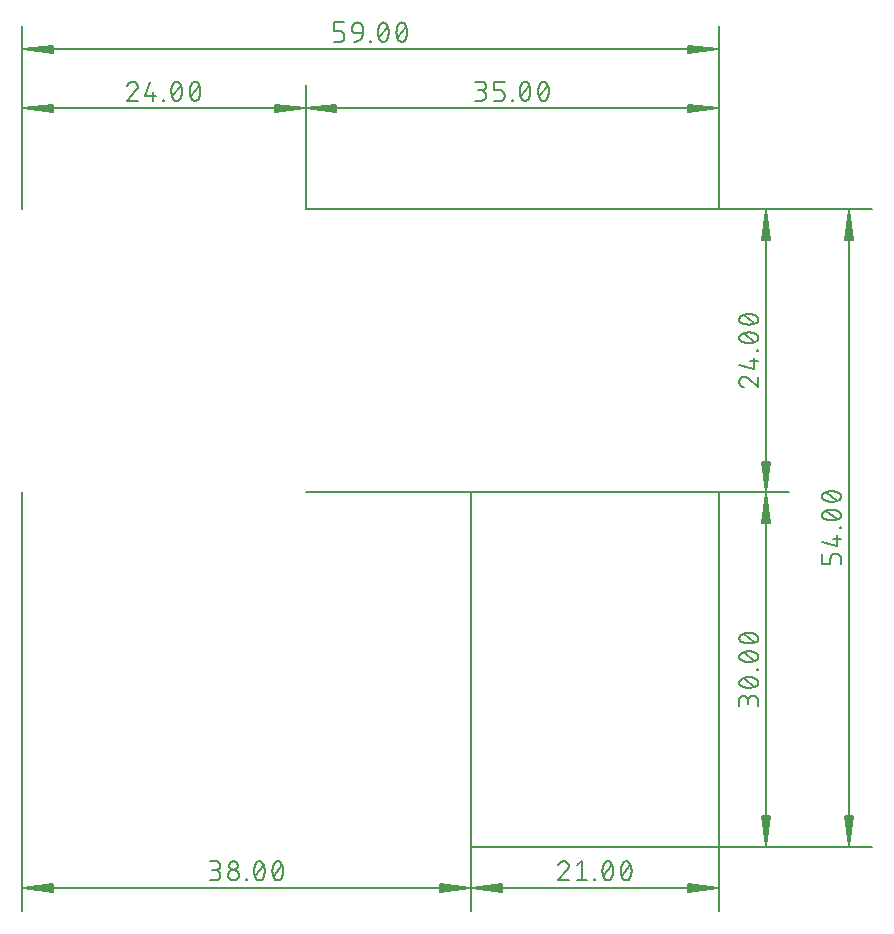
<source format=gbr>
G04 EAGLE Gerber RS-274X export*
G75*
%MOMM*%
%FSLAX34Y34*%
%LPD*%
%INDimensiones*%
%IPPOS*%
%AMOC8*
5,1,8,0,0,1.08239X$1,22.5*%
G01*
%ADD10C,0.130000*%
%ADD11C,0.152400*%


D10*
X590000Y0D02*
X719500Y0D01*
X719500Y540000D02*
X590000Y540000D01*
X700000Y539350D02*
X700000Y650D01*
X696808Y26000D01*
X703192Y26000D01*
X700000Y650D01*
X698700Y26000D01*
X701300Y26000D02*
X700000Y650D01*
X697400Y26000D01*
X702600Y26000D02*
X700000Y650D01*
X696808Y514000D02*
X700000Y539350D01*
X696808Y514000D02*
X703192Y514000D01*
X700000Y539350D01*
X698700Y514000D01*
X701300Y514000D02*
X700000Y539350D01*
X697400Y514000D01*
X702600Y514000D02*
X700000Y539350D01*
D11*
X693493Y244271D02*
X693493Y238852D01*
X693493Y244271D02*
X693491Y244389D01*
X693485Y244507D01*
X693476Y244625D01*
X693462Y244742D01*
X693445Y244859D01*
X693424Y244976D01*
X693399Y245091D01*
X693370Y245206D01*
X693337Y245320D01*
X693301Y245432D01*
X693261Y245543D01*
X693218Y245653D01*
X693171Y245762D01*
X693121Y245869D01*
X693066Y245974D01*
X693009Y246077D01*
X692948Y246178D01*
X692884Y246278D01*
X692817Y246375D01*
X692747Y246470D01*
X692673Y246562D01*
X692597Y246653D01*
X692517Y246740D01*
X692435Y246825D01*
X692350Y246907D01*
X692263Y246987D01*
X692172Y247063D01*
X692080Y247137D01*
X691985Y247207D01*
X691888Y247274D01*
X691788Y247338D01*
X691687Y247399D01*
X691584Y247456D01*
X691479Y247511D01*
X691372Y247561D01*
X691263Y247608D01*
X691153Y247651D01*
X691042Y247691D01*
X690930Y247727D01*
X690816Y247760D01*
X690701Y247789D01*
X690586Y247814D01*
X690469Y247835D01*
X690352Y247852D01*
X690235Y247866D01*
X690117Y247875D01*
X689999Y247881D01*
X689881Y247883D01*
X688074Y247883D01*
X687956Y247881D01*
X687838Y247875D01*
X687720Y247866D01*
X687603Y247852D01*
X687486Y247835D01*
X687369Y247814D01*
X687254Y247789D01*
X687139Y247760D01*
X687025Y247727D01*
X686913Y247691D01*
X686802Y247651D01*
X686692Y247608D01*
X686583Y247561D01*
X686476Y247511D01*
X686371Y247456D01*
X686268Y247399D01*
X686167Y247338D01*
X686067Y247274D01*
X685970Y247207D01*
X685875Y247137D01*
X685783Y247063D01*
X685692Y246987D01*
X685605Y246907D01*
X685520Y246825D01*
X685438Y246740D01*
X685358Y246653D01*
X685282Y246562D01*
X685208Y246470D01*
X685138Y246375D01*
X685071Y246278D01*
X685007Y246178D01*
X684946Y246077D01*
X684889Y245974D01*
X684834Y245869D01*
X684784Y245762D01*
X684737Y245653D01*
X684694Y245543D01*
X684654Y245432D01*
X684618Y245320D01*
X684585Y245206D01*
X684556Y245091D01*
X684531Y244976D01*
X684510Y244859D01*
X684493Y244742D01*
X684479Y244625D01*
X684470Y244507D01*
X684464Y244389D01*
X684462Y244271D01*
X684462Y238852D01*
X677237Y238852D01*
X677237Y247883D01*
X677237Y258096D02*
X689881Y254483D01*
X689881Y263514D01*
X686268Y260805D02*
X693493Y260805D01*
X693493Y269489D02*
X692590Y269489D01*
X692590Y270392D01*
X693493Y270392D01*
X693493Y269489D01*
X685365Y276367D02*
X685045Y276371D01*
X684726Y276382D01*
X684406Y276401D01*
X684088Y276428D01*
X683770Y276462D01*
X683453Y276504D01*
X683137Y276554D01*
X682822Y276611D01*
X682509Y276675D01*
X682197Y276747D01*
X681887Y276826D01*
X681580Y276913D01*
X681274Y277007D01*
X680971Y277108D01*
X680670Y277217D01*
X680372Y277332D01*
X680076Y277455D01*
X679784Y277585D01*
X679495Y277722D01*
X679494Y277722D02*
X679386Y277761D01*
X679279Y277804D01*
X679174Y277850D01*
X679071Y277900D01*
X678969Y277954D01*
X678869Y278011D01*
X678771Y278072D01*
X678675Y278136D01*
X678582Y278203D01*
X678491Y278273D01*
X678402Y278347D01*
X678316Y278423D01*
X678233Y278503D01*
X678152Y278585D01*
X678074Y278670D01*
X678000Y278757D01*
X677928Y278848D01*
X677859Y278940D01*
X677794Y279035D01*
X677732Y279132D01*
X677673Y279231D01*
X677618Y279332D01*
X677567Y279435D01*
X677519Y279540D01*
X677474Y279646D01*
X677433Y279753D01*
X677396Y279862D01*
X677363Y279973D01*
X677334Y280084D01*
X677308Y280196D01*
X677286Y280309D01*
X677269Y280423D01*
X677255Y280537D01*
X677245Y280652D01*
X677239Y280767D01*
X677237Y280882D01*
X677239Y280997D01*
X677245Y281112D01*
X677255Y281227D01*
X677269Y281341D01*
X677286Y281455D01*
X677308Y281568D01*
X677334Y281680D01*
X677363Y281792D01*
X677396Y281902D01*
X677433Y282011D01*
X677474Y282119D01*
X677519Y282225D01*
X677567Y282330D01*
X677618Y282432D01*
X677674Y282534D01*
X677732Y282633D01*
X677794Y282730D01*
X677860Y282825D01*
X677928Y282917D01*
X678000Y283007D01*
X678074Y283095D01*
X678152Y283180D01*
X678233Y283262D01*
X678316Y283341D01*
X678402Y283418D01*
X678491Y283491D01*
X678582Y283562D01*
X678676Y283629D01*
X678771Y283693D01*
X678869Y283754D01*
X678969Y283811D01*
X679071Y283864D01*
X679175Y283915D01*
X679280Y283961D01*
X679387Y284004D01*
X679495Y284043D01*
X679784Y284180D01*
X680076Y284310D01*
X680372Y284433D01*
X680670Y284548D01*
X680971Y284657D01*
X681274Y284758D01*
X681580Y284852D01*
X681887Y284939D01*
X682197Y285018D01*
X682509Y285090D01*
X682822Y285154D01*
X683137Y285211D01*
X683453Y285261D01*
X683770Y285303D01*
X684088Y285337D01*
X684406Y285364D01*
X684726Y285383D01*
X685045Y285394D01*
X685365Y285398D01*
X685365Y276367D02*
X685685Y276371D01*
X686004Y276382D01*
X686324Y276401D01*
X686642Y276428D01*
X686960Y276462D01*
X687277Y276504D01*
X687593Y276554D01*
X687908Y276611D01*
X688221Y276675D01*
X688533Y276747D01*
X688843Y276826D01*
X689150Y276913D01*
X689456Y277007D01*
X689759Y277108D01*
X690060Y277217D01*
X690358Y277332D01*
X690654Y277455D01*
X690946Y277585D01*
X691235Y277722D01*
X691236Y277721D02*
X691344Y277760D01*
X691451Y277803D01*
X691556Y277849D01*
X691660Y277900D01*
X691762Y277953D01*
X691862Y278010D01*
X691960Y278071D01*
X692055Y278135D01*
X692149Y278202D01*
X692240Y278273D01*
X692329Y278346D01*
X692415Y278423D01*
X692498Y278502D01*
X692579Y278584D01*
X692657Y278669D01*
X692731Y278757D01*
X692803Y278847D01*
X692872Y278940D01*
X692937Y279034D01*
X692999Y279131D01*
X693057Y279231D01*
X693113Y279332D01*
X693164Y279434D01*
X693212Y279539D01*
X693257Y279645D01*
X693298Y279753D01*
X693335Y279862D01*
X693368Y279972D01*
X693397Y280084D01*
X693423Y280196D01*
X693445Y280309D01*
X693462Y280423D01*
X693476Y280537D01*
X693486Y280652D01*
X693492Y280767D01*
X693494Y280882D01*
X691235Y284043D02*
X690946Y284180D01*
X690654Y284310D01*
X690358Y284433D01*
X690060Y284548D01*
X689759Y284657D01*
X689456Y284758D01*
X689150Y284852D01*
X688843Y284939D01*
X688533Y285018D01*
X688221Y285090D01*
X687908Y285154D01*
X687593Y285211D01*
X687277Y285261D01*
X686960Y285303D01*
X686642Y285337D01*
X686324Y285364D01*
X686004Y285383D01*
X685685Y285394D01*
X685365Y285398D01*
X691235Y284043D02*
X691343Y284004D01*
X691450Y283961D01*
X691555Y283915D01*
X691659Y283864D01*
X691761Y283811D01*
X691861Y283754D01*
X691959Y283693D01*
X692054Y283629D01*
X692148Y283562D01*
X692239Y283491D01*
X692328Y283418D01*
X692414Y283341D01*
X692497Y283262D01*
X692578Y283180D01*
X692656Y283095D01*
X692730Y283007D01*
X692802Y282917D01*
X692871Y282824D01*
X692936Y282730D01*
X692998Y282633D01*
X693056Y282533D01*
X693112Y282432D01*
X693163Y282329D01*
X693211Y282225D01*
X693256Y282119D01*
X693297Y282011D01*
X693334Y281902D01*
X693367Y281792D01*
X693396Y281680D01*
X693422Y281568D01*
X693444Y281455D01*
X693461Y281341D01*
X693475Y281227D01*
X693485Y281112D01*
X693491Y280997D01*
X693493Y280882D01*
X689881Y277270D02*
X680849Y284495D01*
X685365Y291998D02*
X685045Y292002D01*
X684726Y292013D01*
X684406Y292032D01*
X684088Y292059D01*
X683770Y292093D01*
X683453Y292135D01*
X683137Y292185D01*
X682822Y292242D01*
X682509Y292306D01*
X682197Y292378D01*
X681887Y292457D01*
X681580Y292544D01*
X681274Y292638D01*
X680971Y292739D01*
X680670Y292848D01*
X680372Y292963D01*
X680076Y293086D01*
X679784Y293216D01*
X679495Y293353D01*
X679494Y293354D02*
X679386Y293393D01*
X679279Y293436D01*
X679174Y293482D01*
X679071Y293532D01*
X678969Y293586D01*
X678869Y293643D01*
X678771Y293704D01*
X678675Y293768D01*
X678582Y293835D01*
X678491Y293905D01*
X678402Y293979D01*
X678316Y294055D01*
X678233Y294135D01*
X678152Y294217D01*
X678074Y294302D01*
X678000Y294389D01*
X677928Y294480D01*
X677859Y294572D01*
X677794Y294667D01*
X677732Y294764D01*
X677673Y294863D01*
X677618Y294964D01*
X677567Y295067D01*
X677519Y295172D01*
X677474Y295278D01*
X677433Y295385D01*
X677396Y295494D01*
X677363Y295605D01*
X677334Y295716D01*
X677308Y295828D01*
X677286Y295941D01*
X677269Y296055D01*
X677255Y296169D01*
X677245Y296284D01*
X677239Y296399D01*
X677237Y296514D01*
X677239Y296629D01*
X677245Y296744D01*
X677255Y296859D01*
X677269Y296973D01*
X677286Y297087D01*
X677308Y297200D01*
X677334Y297312D01*
X677363Y297424D01*
X677396Y297534D01*
X677433Y297643D01*
X677474Y297751D01*
X677519Y297857D01*
X677567Y297962D01*
X677618Y298064D01*
X677674Y298166D01*
X677732Y298265D01*
X677794Y298362D01*
X677860Y298457D01*
X677928Y298549D01*
X678000Y298639D01*
X678074Y298727D01*
X678152Y298812D01*
X678233Y298894D01*
X678316Y298973D01*
X678402Y299050D01*
X678491Y299123D01*
X678582Y299194D01*
X678676Y299261D01*
X678771Y299325D01*
X678869Y299386D01*
X678969Y299443D01*
X679071Y299496D01*
X679175Y299547D01*
X679280Y299593D01*
X679387Y299636D01*
X679495Y299675D01*
X679495Y299674D02*
X679784Y299811D01*
X680076Y299941D01*
X680372Y300064D01*
X680670Y300179D01*
X680971Y300288D01*
X681274Y300389D01*
X681580Y300483D01*
X681887Y300570D01*
X682197Y300649D01*
X682509Y300721D01*
X682822Y300785D01*
X683137Y300842D01*
X683453Y300892D01*
X683770Y300934D01*
X684088Y300968D01*
X684406Y300995D01*
X684726Y301014D01*
X685045Y301025D01*
X685365Y301029D01*
X685365Y291998D02*
X685685Y292002D01*
X686004Y292013D01*
X686324Y292032D01*
X686642Y292059D01*
X686960Y292093D01*
X687277Y292135D01*
X687593Y292185D01*
X687908Y292242D01*
X688221Y292306D01*
X688533Y292378D01*
X688843Y292457D01*
X689150Y292544D01*
X689456Y292638D01*
X689759Y292739D01*
X690060Y292848D01*
X690358Y292963D01*
X690654Y293086D01*
X690946Y293216D01*
X691235Y293353D01*
X691236Y293353D02*
X691344Y293392D01*
X691451Y293435D01*
X691556Y293481D01*
X691660Y293532D01*
X691762Y293585D01*
X691862Y293642D01*
X691960Y293703D01*
X692055Y293767D01*
X692149Y293834D01*
X692240Y293905D01*
X692329Y293978D01*
X692415Y294055D01*
X692498Y294134D01*
X692579Y294216D01*
X692657Y294301D01*
X692731Y294389D01*
X692803Y294479D01*
X692872Y294572D01*
X692937Y294666D01*
X692999Y294763D01*
X693057Y294863D01*
X693113Y294964D01*
X693164Y295066D01*
X693212Y295171D01*
X693257Y295277D01*
X693298Y295385D01*
X693335Y295494D01*
X693368Y295604D01*
X693397Y295716D01*
X693423Y295828D01*
X693445Y295941D01*
X693462Y296055D01*
X693476Y296169D01*
X693486Y296284D01*
X693492Y296399D01*
X693494Y296514D01*
X691235Y299674D02*
X690946Y299811D01*
X690654Y299941D01*
X690358Y300064D01*
X690060Y300179D01*
X689759Y300288D01*
X689456Y300389D01*
X689150Y300483D01*
X688843Y300570D01*
X688533Y300649D01*
X688221Y300721D01*
X687908Y300785D01*
X687593Y300842D01*
X687277Y300892D01*
X686960Y300934D01*
X686642Y300968D01*
X686324Y300995D01*
X686004Y301014D01*
X685685Y301025D01*
X685365Y301029D01*
X691235Y299675D02*
X691343Y299636D01*
X691450Y299593D01*
X691555Y299547D01*
X691659Y299496D01*
X691761Y299443D01*
X691861Y299386D01*
X691959Y299325D01*
X692054Y299261D01*
X692148Y299194D01*
X692239Y299123D01*
X692328Y299050D01*
X692414Y298973D01*
X692497Y298894D01*
X692578Y298812D01*
X692656Y298727D01*
X692730Y298639D01*
X692802Y298549D01*
X692871Y298456D01*
X692936Y298362D01*
X692998Y298265D01*
X693056Y298165D01*
X693112Y298064D01*
X693163Y297961D01*
X693211Y297857D01*
X693256Y297751D01*
X693297Y297643D01*
X693334Y297534D01*
X693367Y297424D01*
X693396Y297312D01*
X693422Y297200D01*
X693444Y297087D01*
X693461Y296973D01*
X693475Y296859D01*
X693485Y296744D01*
X693491Y296629D01*
X693493Y296514D01*
X689881Y292901D02*
X680849Y300126D01*
D10*
X649500Y300000D02*
X380000Y300000D01*
X380000Y0D02*
X649500Y0D01*
X630000Y650D02*
X630000Y299350D01*
X626808Y274000D01*
X633192Y274000D01*
X630000Y299350D01*
X628700Y274000D01*
X631300Y274000D02*
X630000Y299350D01*
X627400Y274000D01*
X632600Y274000D02*
X630000Y299350D01*
X626808Y26000D02*
X630000Y650D01*
X626808Y26000D02*
X633192Y26000D01*
X630000Y650D01*
X628700Y26000D01*
X631300Y26000D02*
X630000Y650D01*
X627400Y26000D01*
X632600Y26000D02*
X630000Y650D01*
D11*
X623493Y118852D02*
X623493Y123368D01*
X623491Y123501D01*
X623485Y123633D01*
X623475Y123765D01*
X623462Y123897D01*
X623444Y124029D01*
X623423Y124159D01*
X623398Y124290D01*
X623369Y124419D01*
X623336Y124547D01*
X623300Y124675D01*
X623260Y124801D01*
X623216Y124926D01*
X623168Y125050D01*
X623117Y125172D01*
X623062Y125293D01*
X623004Y125412D01*
X622942Y125530D01*
X622877Y125645D01*
X622808Y125759D01*
X622737Y125870D01*
X622661Y125979D01*
X622583Y126086D01*
X622502Y126191D01*
X622417Y126293D01*
X622330Y126393D01*
X622240Y126490D01*
X622147Y126585D01*
X622051Y126676D01*
X621953Y126765D01*
X621852Y126851D01*
X621748Y126934D01*
X621642Y127014D01*
X621534Y127090D01*
X621424Y127164D01*
X621311Y127234D01*
X621197Y127301D01*
X621080Y127364D01*
X620962Y127424D01*
X620842Y127481D01*
X620720Y127534D01*
X620597Y127583D01*
X620473Y127629D01*
X620347Y127671D01*
X620220Y127709D01*
X620092Y127744D01*
X619963Y127775D01*
X619834Y127802D01*
X619703Y127825D01*
X619572Y127845D01*
X619440Y127860D01*
X619308Y127872D01*
X619176Y127880D01*
X619043Y127884D01*
X618911Y127884D01*
X618778Y127880D01*
X618646Y127872D01*
X618514Y127860D01*
X618382Y127845D01*
X618251Y127825D01*
X618120Y127802D01*
X617991Y127775D01*
X617862Y127744D01*
X617734Y127709D01*
X617607Y127671D01*
X617481Y127629D01*
X617357Y127583D01*
X617234Y127534D01*
X617112Y127481D01*
X616992Y127424D01*
X616874Y127364D01*
X616757Y127301D01*
X616643Y127234D01*
X616530Y127164D01*
X616420Y127090D01*
X616312Y127014D01*
X616206Y126934D01*
X616102Y126851D01*
X616001Y126765D01*
X615903Y126676D01*
X615807Y126585D01*
X615714Y126490D01*
X615624Y126393D01*
X615537Y126293D01*
X615452Y126191D01*
X615371Y126086D01*
X615293Y125979D01*
X615217Y125870D01*
X615146Y125759D01*
X615077Y125645D01*
X615012Y125530D01*
X614950Y125412D01*
X614892Y125293D01*
X614837Y125172D01*
X614786Y125050D01*
X614738Y124926D01*
X614694Y124801D01*
X614654Y124675D01*
X614618Y124547D01*
X614585Y124419D01*
X614556Y124290D01*
X614531Y124159D01*
X614510Y124029D01*
X614492Y123897D01*
X614479Y123765D01*
X614469Y123633D01*
X614463Y123501D01*
X614461Y123368D01*
X607237Y124271D02*
X607237Y118852D01*
X607237Y124271D02*
X607239Y124390D01*
X607245Y124510D01*
X607255Y124629D01*
X607269Y124747D01*
X607286Y124866D01*
X607308Y124983D01*
X607333Y125100D01*
X607363Y125215D01*
X607396Y125330D01*
X607433Y125444D01*
X607473Y125556D01*
X607518Y125667D01*
X607566Y125776D01*
X607617Y125884D01*
X607672Y125990D01*
X607731Y126094D01*
X607793Y126196D01*
X607858Y126296D01*
X607927Y126394D01*
X607999Y126490D01*
X608074Y126583D01*
X608151Y126673D01*
X608232Y126761D01*
X608316Y126846D01*
X608403Y126928D01*
X608492Y127008D01*
X608584Y127084D01*
X608678Y127158D01*
X608775Y127228D01*
X608873Y127295D01*
X608974Y127359D01*
X609078Y127419D01*
X609183Y127476D01*
X609290Y127529D01*
X609398Y127579D01*
X609508Y127625D01*
X609620Y127667D01*
X609733Y127706D01*
X609847Y127741D01*
X609962Y127772D01*
X610079Y127800D01*
X610196Y127823D01*
X610313Y127843D01*
X610432Y127859D01*
X610551Y127871D01*
X610670Y127879D01*
X610789Y127883D01*
X610909Y127883D01*
X611028Y127879D01*
X611147Y127871D01*
X611266Y127859D01*
X611385Y127843D01*
X611502Y127823D01*
X611619Y127800D01*
X611736Y127772D01*
X611851Y127741D01*
X611965Y127706D01*
X612078Y127667D01*
X612190Y127625D01*
X612300Y127579D01*
X612408Y127529D01*
X612515Y127476D01*
X612620Y127419D01*
X612724Y127359D01*
X612825Y127295D01*
X612923Y127228D01*
X613020Y127158D01*
X613114Y127084D01*
X613206Y127008D01*
X613295Y126928D01*
X613382Y126846D01*
X613466Y126761D01*
X613547Y126673D01*
X613624Y126583D01*
X613699Y126490D01*
X613771Y126394D01*
X613840Y126296D01*
X613905Y126196D01*
X613967Y126094D01*
X614026Y125990D01*
X614081Y125884D01*
X614132Y125776D01*
X614180Y125667D01*
X614225Y125556D01*
X614265Y125444D01*
X614302Y125330D01*
X614335Y125215D01*
X614365Y125100D01*
X614390Y124983D01*
X614412Y124866D01*
X614429Y124747D01*
X614443Y124629D01*
X614453Y124510D01*
X614459Y124390D01*
X614461Y124271D01*
X614462Y124271D02*
X614462Y120658D01*
X615365Y134484D02*
X615045Y134488D01*
X614726Y134499D01*
X614406Y134518D01*
X614088Y134545D01*
X613770Y134579D01*
X613453Y134621D01*
X613137Y134671D01*
X612822Y134728D01*
X612509Y134792D01*
X612197Y134864D01*
X611887Y134943D01*
X611580Y135030D01*
X611274Y135124D01*
X610971Y135225D01*
X610670Y135334D01*
X610372Y135449D01*
X610076Y135572D01*
X609784Y135702D01*
X609495Y135839D01*
X609494Y135839D02*
X609386Y135878D01*
X609279Y135921D01*
X609174Y135967D01*
X609071Y136017D01*
X608969Y136071D01*
X608869Y136128D01*
X608771Y136189D01*
X608675Y136253D01*
X608582Y136320D01*
X608491Y136390D01*
X608402Y136464D01*
X608316Y136540D01*
X608233Y136620D01*
X608152Y136702D01*
X608074Y136787D01*
X608000Y136874D01*
X607928Y136965D01*
X607859Y137057D01*
X607794Y137152D01*
X607732Y137249D01*
X607673Y137348D01*
X607618Y137449D01*
X607567Y137552D01*
X607519Y137657D01*
X607474Y137763D01*
X607433Y137870D01*
X607396Y137979D01*
X607363Y138090D01*
X607334Y138201D01*
X607308Y138313D01*
X607286Y138426D01*
X607269Y138540D01*
X607255Y138654D01*
X607245Y138769D01*
X607239Y138884D01*
X607237Y138999D01*
X607239Y139114D01*
X607245Y139229D01*
X607255Y139344D01*
X607269Y139458D01*
X607286Y139572D01*
X607308Y139685D01*
X607334Y139797D01*
X607363Y139909D01*
X607396Y140019D01*
X607433Y140128D01*
X607474Y140236D01*
X607519Y140342D01*
X607567Y140447D01*
X607618Y140549D01*
X607674Y140651D01*
X607732Y140750D01*
X607794Y140847D01*
X607860Y140942D01*
X607928Y141034D01*
X608000Y141124D01*
X608074Y141212D01*
X608152Y141297D01*
X608233Y141379D01*
X608316Y141458D01*
X608402Y141535D01*
X608491Y141608D01*
X608582Y141679D01*
X608676Y141746D01*
X608771Y141810D01*
X608869Y141871D01*
X608969Y141928D01*
X609071Y141981D01*
X609175Y142032D01*
X609280Y142078D01*
X609387Y142121D01*
X609495Y142160D01*
X609495Y142159D02*
X609784Y142296D01*
X610076Y142426D01*
X610372Y142549D01*
X610670Y142664D01*
X610971Y142773D01*
X611274Y142874D01*
X611580Y142968D01*
X611887Y143055D01*
X612197Y143134D01*
X612509Y143206D01*
X612822Y143270D01*
X613137Y143327D01*
X613453Y143377D01*
X613770Y143419D01*
X614088Y143453D01*
X614406Y143480D01*
X614726Y143499D01*
X615045Y143510D01*
X615365Y143514D01*
X615365Y134484D02*
X615685Y134488D01*
X616004Y134499D01*
X616324Y134518D01*
X616642Y134545D01*
X616960Y134579D01*
X617277Y134621D01*
X617593Y134671D01*
X617908Y134728D01*
X618221Y134792D01*
X618533Y134864D01*
X618843Y134943D01*
X619150Y135030D01*
X619456Y135124D01*
X619759Y135225D01*
X620060Y135334D01*
X620358Y135449D01*
X620654Y135572D01*
X620946Y135702D01*
X621235Y135839D01*
X621236Y135838D02*
X621344Y135877D01*
X621451Y135920D01*
X621556Y135966D01*
X621660Y136017D01*
X621762Y136070D01*
X621862Y136127D01*
X621960Y136188D01*
X622055Y136252D01*
X622149Y136319D01*
X622240Y136390D01*
X622329Y136463D01*
X622415Y136540D01*
X622498Y136619D01*
X622579Y136701D01*
X622657Y136786D01*
X622731Y136874D01*
X622803Y136964D01*
X622872Y137057D01*
X622937Y137151D01*
X622999Y137248D01*
X623057Y137348D01*
X623113Y137449D01*
X623164Y137551D01*
X623212Y137656D01*
X623257Y137762D01*
X623298Y137870D01*
X623335Y137979D01*
X623368Y138089D01*
X623397Y138201D01*
X623423Y138313D01*
X623445Y138426D01*
X623462Y138540D01*
X623476Y138654D01*
X623486Y138769D01*
X623492Y138884D01*
X623494Y138999D01*
X621235Y142159D02*
X620946Y142296D01*
X620654Y142426D01*
X620358Y142549D01*
X620060Y142664D01*
X619759Y142773D01*
X619456Y142874D01*
X619150Y142968D01*
X618843Y143055D01*
X618533Y143134D01*
X618221Y143206D01*
X617908Y143270D01*
X617593Y143327D01*
X617277Y143377D01*
X616960Y143419D01*
X616642Y143453D01*
X616324Y143480D01*
X616004Y143499D01*
X615685Y143510D01*
X615365Y143514D01*
X621235Y142160D02*
X621343Y142121D01*
X621450Y142078D01*
X621555Y142032D01*
X621659Y141981D01*
X621761Y141928D01*
X621861Y141871D01*
X621959Y141810D01*
X622054Y141746D01*
X622148Y141679D01*
X622239Y141608D01*
X622328Y141535D01*
X622414Y141458D01*
X622497Y141379D01*
X622578Y141297D01*
X622656Y141212D01*
X622730Y141124D01*
X622802Y141034D01*
X622871Y140941D01*
X622936Y140847D01*
X622998Y140750D01*
X623056Y140650D01*
X623112Y140549D01*
X623163Y140446D01*
X623211Y140342D01*
X623256Y140236D01*
X623297Y140128D01*
X623334Y140019D01*
X623367Y139909D01*
X623396Y139797D01*
X623422Y139685D01*
X623444Y139572D01*
X623461Y139458D01*
X623475Y139344D01*
X623485Y139229D01*
X623491Y139114D01*
X623493Y138999D01*
X619881Y135386D02*
X610849Y142611D01*
X622590Y149489D02*
X623493Y149489D01*
X622590Y149489D02*
X622590Y150392D01*
X623493Y150392D01*
X623493Y149489D01*
X615365Y156367D02*
X615045Y156371D01*
X614726Y156382D01*
X614406Y156401D01*
X614088Y156428D01*
X613770Y156462D01*
X613453Y156504D01*
X613137Y156554D01*
X612822Y156611D01*
X612509Y156675D01*
X612197Y156747D01*
X611887Y156826D01*
X611580Y156913D01*
X611274Y157007D01*
X610971Y157108D01*
X610670Y157217D01*
X610372Y157332D01*
X610076Y157455D01*
X609784Y157585D01*
X609495Y157722D01*
X609494Y157722D02*
X609386Y157761D01*
X609279Y157804D01*
X609174Y157850D01*
X609071Y157900D01*
X608969Y157954D01*
X608869Y158011D01*
X608771Y158072D01*
X608675Y158136D01*
X608582Y158203D01*
X608491Y158273D01*
X608402Y158347D01*
X608316Y158423D01*
X608233Y158503D01*
X608152Y158585D01*
X608074Y158670D01*
X608000Y158757D01*
X607928Y158848D01*
X607859Y158940D01*
X607794Y159035D01*
X607732Y159132D01*
X607673Y159231D01*
X607618Y159332D01*
X607567Y159435D01*
X607519Y159540D01*
X607474Y159646D01*
X607433Y159753D01*
X607396Y159862D01*
X607363Y159973D01*
X607334Y160084D01*
X607308Y160196D01*
X607286Y160309D01*
X607269Y160423D01*
X607255Y160537D01*
X607245Y160652D01*
X607239Y160767D01*
X607237Y160882D01*
X607239Y160997D01*
X607245Y161112D01*
X607255Y161227D01*
X607269Y161341D01*
X607286Y161455D01*
X607308Y161568D01*
X607334Y161680D01*
X607363Y161792D01*
X607396Y161902D01*
X607433Y162011D01*
X607474Y162119D01*
X607519Y162225D01*
X607567Y162330D01*
X607618Y162432D01*
X607674Y162534D01*
X607732Y162633D01*
X607794Y162730D01*
X607860Y162825D01*
X607928Y162917D01*
X608000Y163007D01*
X608074Y163095D01*
X608152Y163180D01*
X608233Y163262D01*
X608316Y163341D01*
X608402Y163418D01*
X608491Y163491D01*
X608582Y163562D01*
X608676Y163629D01*
X608771Y163693D01*
X608869Y163754D01*
X608969Y163811D01*
X609071Y163864D01*
X609175Y163915D01*
X609280Y163961D01*
X609387Y164004D01*
X609495Y164043D01*
X609784Y164180D01*
X610076Y164310D01*
X610372Y164433D01*
X610670Y164548D01*
X610971Y164657D01*
X611274Y164758D01*
X611580Y164852D01*
X611887Y164939D01*
X612197Y165018D01*
X612509Y165090D01*
X612822Y165154D01*
X613137Y165211D01*
X613453Y165261D01*
X613770Y165303D01*
X614088Y165337D01*
X614406Y165364D01*
X614726Y165383D01*
X615045Y165394D01*
X615365Y165398D01*
X615365Y156367D02*
X615685Y156371D01*
X616004Y156382D01*
X616324Y156401D01*
X616642Y156428D01*
X616960Y156462D01*
X617277Y156504D01*
X617593Y156554D01*
X617908Y156611D01*
X618221Y156675D01*
X618533Y156747D01*
X618843Y156826D01*
X619150Y156913D01*
X619456Y157007D01*
X619759Y157108D01*
X620060Y157217D01*
X620358Y157332D01*
X620654Y157455D01*
X620946Y157585D01*
X621235Y157722D01*
X621236Y157721D02*
X621344Y157760D01*
X621451Y157803D01*
X621556Y157849D01*
X621660Y157900D01*
X621762Y157953D01*
X621862Y158010D01*
X621960Y158071D01*
X622055Y158135D01*
X622149Y158202D01*
X622240Y158273D01*
X622329Y158346D01*
X622415Y158423D01*
X622498Y158502D01*
X622579Y158584D01*
X622657Y158669D01*
X622731Y158757D01*
X622803Y158847D01*
X622872Y158940D01*
X622937Y159034D01*
X622999Y159131D01*
X623057Y159231D01*
X623113Y159332D01*
X623164Y159434D01*
X623212Y159539D01*
X623257Y159645D01*
X623298Y159753D01*
X623335Y159862D01*
X623368Y159972D01*
X623397Y160084D01*
X623423Y160196D01*
X623445Y160309D01*
X623462Y160423D01*
X623476Y160537D01*
X623486Y160652D01*
X623492Y160767D01*
X623494Y160882D01*
X621235Y164043D02*
X620946Y164180D01*
X620654Y164310D01*
X620358Y164433D01*
X620060Y164548D01*
X619759Y164657D01*
X619456Y164758D01*
X619150Y164852D01*
X618843Y164939D01*
X618533Y165018D01*
X618221Y165090D01*
X617908Y165154D01*
X617593Y165211D01*
X617277Y165261D01*
X616960Y165303D01*
X616642Y165337D01*
X616324Y165364D01*
X616004Y165383D01*
X615685Y165394D01*
X615365Y165398D01*
X621235Y164043D02*
X621343Y164004D01*
X621450Y163961D01*
X621555Y163915D01*
X621659Y163864D01*
X621761Y163811D01*
X621861Y163754D01*
X621959Y163693D01*
X622054Y163629D01*
X622148Y163562D01*
X622239Y163491D01*
X622328Y163418D01*
X622414Y163341D01*
X622497Y163262D01*
X622578Y163180D01*
X622656Y163095D01*
X622730Y163007D01*
X622802Y162917D01*
X622871Y162824D01*
X622936Y162730D01*
X622998Y162633D01*
X623056Y162533D01*
X623112Y162432D01*
X623163Y162329D01*
X623211Y162225D01*
X623256Y162119D01*
X623297Y162011D01*
X623334Y161902D01*
X623367Y161792D01*
X623396Y161680D01*
X623422Y161568D01*
X623444Y161455D01*
X623461Y161341D01*
X623475Y161227D01*
X623485Y161112D01*
X623491Y160997D01*
X623493Y160882D01*
X619881Y157270D02*
X610849Y164495D01*
X615365Y171998D02*
X615045Y172002D01*
X614726Y172013D01*
X614406Y172032D01*
X614088Y172059D01*
X613770Y172093D01*
X613453Y172135D01*
X613137Y172185D01*
X612822Y172242D01*
X612509Y172306D01*
X612197Y172378D01*
X611887Y172457D01*
X611580Y172544D01*
X611274Y172638D01*
X610971Y172739D01*
X610670Y172848D01*
X610372Y172963D01*
X610076Y173086D01*
X609784Y173216D01*
X609495Y173353D01*
X609494Y173354D02*
X609386Y173393D01*
X609279Y173436D01*
X609174Y173482D01*
X609071Y173532D01*
X608969Y173586D01*
X608869Y173643D01*
X608771Y173704D01*
X608675Y173768D01*
X608582Y173835D01*
X608491Y173905D01*
X608402Y173979D01*
X608316Y174055D01*
X608233Y174135D01*
X608152Y174217D01*
X608074Y174302D01*
X608000Y174389D01*
X607928Y174480D01*
X607859Y174572D01*
X607794Y174667D01*
X607732Y174764D01*
X607673Y174863D01*
X607618Y174964D01*
X607567Y175067D01*
X607519Y175172D01*
X607474Y175278D01*
X607433Y175385D01*
X607396Y175494D01*
X607363Y175605D01*
X607334Y175716D01*
X607308Y175828D01*
X607286Y175941D01*
X607269Y176055D01*
X607255Y176169D01*
X607245Y176284D01*
X607239Y176399D01*
X607237Y176514D01*
X607239Y176629D01*
X607245Y176744D01*
X607255Y176859D01*
X607269Y176973D01*
X607286Y177087D01*
X607308Y177200D01*
X607334Y177312D01*
X607363Y177424D01*
X607396Y177534D01*
X607433Y177643D01*
X607474Y177751D01*
X607519Y177857D01*
X607567Y177962D01*
X607618Y178064D01*
X607674Y178166D01*
X607732Y178265D01*
X607794Y178362D01*
X607860Y178457D01*
X607928Y178549D01*
X608000Y178639D01*
X608074Y178727D01*
X608152Y178812D01*
X608233Y178894D01*
X608316Y178973D01*
X608402Y179050D01*
X608491Y179123D01*
X608582Y179194D01*
X608676Y179261D01*
X608771Y179325D01*
X608869Y179386D01*
X608969Y179443D01*
X609071Y179496D01*
X609175Y179547D01*
X609280Y179593D01*
X609387Y179636D01*
X609495Y179675D01*
X609495Y179674D02*
X609784Y179811D01*
X610076Y179941D01*
X610372Y180064D01*
X610670Y180179D01*
X610971Y180288D01*
X611274Y180389D01*
X611580Y180483D01*
X611887Y180570D01*
X612197Y180649D01*
X612509Y180721D01*
X612822Y180785D01*
X613137Y180842D01*
X613453Y180892D01*
X613770Y180934D01*
X614088Y180968D01*
X614406Y180995D01*
X614726Y181014D01*
X615045Y181025D01*
X615365Y181029D01*
X615365Y171998D02*
X615685Y172002D01*
X616004Y172013D01*
X616324Y172032D01*
X616642Y172059D01*
X616960Y172093D01*
X617277Y172135D01*
X617593Y172185D01*
X617908Y172242D01*
X618221Y172306D01*
X618533Y172378D01*
X618843Y172457D01*
X619150Y172544D01*
X619456Y172638D01*
X619759Y172739D01*
X620060Y172848D01*
X620358Y172963D01*
X620654Y173086D01*
X620946Y173216D01*
X621235Y173353D01*
X621236Y173353D02*
X621344Y173392D01*
X621451Y173435D01*
X621556Y173481D01*
X621660Y173532D01*
X621762Y173585D01*
X621862Y173642D01*
X621960Y173703D01*
X622055Y173767D01*
X622149Y173834D01*
X622240Y173905D01*
X622329Y173978D01*
X622415Y174055D01*
X622498Y174134D01*
X622579Y174216D01*
X622657Y174301D01*
X622731Y174389D01*
X622803Y174479D01*
X622872Y174572D01*
X622937Y174666D01*
X622999Y174763D01*
X623057Y174863D01*
X623113Y174964D01*
X623164Y175066D01*
X623212Y175171D01*
X623257Y175277D01*
X623298Y175385D01*
X623335Y175494D01*
X623368Y175604D01*
X623397Y175716D01*
X623423Y175828D01*
X623445Y175941D01*
X623462Y176055D01*
X623476Y176169D01*
X623486Y176284D01*
X623492Y176399D01*
X623494Y176514D01*
X621235Y179674D02*
X620946Y179811D01*
X620654Y179941D01*
X620358Y180064D01*
X620060Y180179D01*
X619759Y180288D01*
X619456Y180389D01*
X619150Y180483D01*
X618843Y180570D01*
X618533Y180649D01*
X618221Y180721D01*
X617908Y180785D01*
X617593Y180842D01*
X617277Y180892D01*
X616960Y180934D01*
X616642Y180968D01*
X616324Y180995D01*
X616004Y181014D01*
X615685Y181025D01*
X615365Y181029D01*
X621235Y179675D02*
X621343Y179636D01*
X621450Y179593D01*
X621555Y179547D01*
X621659Y179496D01*
X621761Y179443D01*
X621861Y179386D01*
X621959Y179325D01*
X622054Y179261D01*
X622148Y179194D01*
X622239Y179123D01*
X622328Y179050D01*
X622414Y178973D01*
X622497Y178894D01*
X622578Y178812D01*
X622656Y178727D01*
X622730Y178639D01*
X622802Y178549D01*
X622871Y178456D01*
X622936Y178362D01*
X622998Y178265D01*
X623056Y178165D01*
X623112Y178064D01*
X623163Y177961D01*
X623211Y177857D01*
X623256Y177751D01*
X623297Y177643D01*
X623334Y177534D01*
X623367Y177424D01*
X623396Y177312D01*
X623422Y177200D01*
X623444Y177087D01*
X623461Y176973D01*
X623475Y176859D01*
X623485Y176744D01*
X623491Y176629D01*
X623493Y176514D01*
X619881Y172901D02*
X610849Y180126D01*
D10*
X649500Y540000D02*
X240000Y540000D01*
X240000Y300000D02*
X649500Y300000D01*
X630000Y300650D02*
X630000Y539350D01*
X626808Y514000D01*
X633192Y514000D01*
X630000Y539350D01*
X628700Y514000D01*
X631300Y514000D02*
X630000Y539350D01*
X627400Y514000D01*
X632600Y514000D02*
X630000Y539350D01*
X626808Y326000D02*
X630000Y300650D01*
X626808Y326000D02*
X633192Y326000D01*
X630000Y300650D01*
X628700Y326000D01*
X631300Y326000D02*
X630000Y300650D01*
X627400Y326000D01*
X632600Y326000D02*
X630000Y300650D01*
D11*
X607237Y393819D02*
X607239Y393944D01*
X607245Y394069D01*
X607254Y394194D01*
X607268Y394318D01*
X607285Y394442D01*
X607306Y394566D01*
X607331Y394688D01*
X607360Y394810D01*
X607392Y394931D01*
X607428Y395051D01*
X607468Y395170D01*
X607511Y395287D01*
X607558Y395403D01*
X607609Y395518D01*
X607663Y395630D01*
X607721Y395742D01*
X607781Y395851D01*
X607846Y395958D01*
X607913Y396064D01*
X607984Y396167D01*
X608058Y396268D01*
X608135Y396367D01*
X608215Y396463D01*
X608298Y396557D01*
X608383Y396648D01*
X608472Y396737D01*
X608563Y396822D01*
X608657Y396905D01*
X608753Y396985D01*
X608852Y397062D01*
X608953Y397136D01*
X609056Y397207D01*
X609162Y397274D01*
X609269Y397339D01*
X609378Y397399D01*
X609490Y397457D01*
X609602Y397511D01*
X609717Y397562D01*
X609833Y397609D01*
X609950Y397652D01*
X610069Y397692D01*
X610189Y397728D01*
X610310Y397760D01*
X610432Y397789D01*
X610554Y397814D01*
X610678Y397835D01*
X610802Y397852D01*
X610926Y397866D01*
X611051Y397875D01*
X611176Y397881D01*
X611301Y397883D01*
X607237Y393819D02*
X607239Y393676D01*
X607245Y393534D01*
X607255Y393391D01*
X607268Y393249D01*
X607286Y393108D01*
X607307Y392966D01*
X607332Y392826D01*
X607361Y392686D01*
X607394Y392547D01*
X607431Y392409D01*
X607471Y392272D01*
X607515Y392137D01*
X607563Y392002D01*
X607615Y391869D01*
X607670Y391737D01*
X607729Y391607D01*
X607791Y391479D01*
X607857Y391352D01*
X607926Y391227D01*
X607998Y391104D01*
X608074Y390983D01*
X608153Y390865D01*
X608236Y390748D01*
X608321Y390634D01*
X608410Y390522D01*
X608501Y390413D01*
X608596Y390306D01*
X608693Y390201D01*
X608794Y390100D01*
X608897Y390001D01*
X609002Y389905D01*
X609111Y389812D01*
X609222Y389722D01*
X609335Y389635D01*
X609450Y389551D01*
X609568Y389471D01*
X609688Y389393D01*
X609810Y389319D01*
X609934Y389249D01*
X610060Y389181D01*
X610188Y389118D01*
X610317Y389057D01*
X610448Y389000D01*
X610580Y388947D01*
X610714Y388898D01*
X610849Y388852D01*
X614462Y396528D02*
X614370Y396622D01*
X614276Y396712D01*
X614179Y396800D01*
X614079Y396885D01*
X613977Y396967D01*
X613872Y397045D01*
X613765Y397121D01*
X613656Y397193D01*
X613545Y397262D01*
X613431Y397328D01*
X613316Y397390D01*
X613199Y397449D01*
X613080Y397504D01*
X612960Y397555D01*
X612838Y397603D01*
X612715Y397648D01*
X612591Y397688D01*
X612465Y397725D01*
X612338Y397758D01*
X612211Y397787D01*
X612082Y397813D01*
X611953Y397834D01*
X611823Y397852D01*
X611693Y397865D01*
X611563Y397875D01*
X611432Y397881D01*
X611301Y397883D01*
X614462Y396528D02*
X623493Y388852D01*
X623493Y397883D01*
X619881Y404483D02*
X607237Y408096D01*
X619881Y404483D02*
X619881Y413514D01*
X616268Y410805D02*
X623493Y410805D01*
X623493Y419489D02*
X622590Y419489D01*
X622590Y420392D01*
X623493Y420392D01*
X623493Y419489D01*
X615365Y426367D02*
X615045Y426371D01*
X614726Y426382D01*
X614406Y426401D01*
X614088Y426428D01*
X613770Y426462D01*
X613453Y426504D01*
X613137Y426554D01*
X612822Y426611D01*
X612509Y426675D01*
X612197Y426747D01*
X611887Y426826D01*
X611580Y426913D01*
X611274Y427007D01*
X610971Y427108D01*
X610670Y427217D01*
X610372Y427332D01*
X610076Y427455D01*
X609784Y427585D01*
X609495Y427722D01*
X609494Y427722D02*
X609386Y427761D01*
X609279Y427804D01*
X609174Y427850D01*
X609071Y427900D01*
X608969Y427954D01*
X608869Y428011D01*
X608771Y428072D01*
X608675Y428136D01*
X608582Y428203D01*
X608491Y428273D01*
X608402Y428347D01*
X608316Y428423D01*
X608233Y428503D01*
X608152Y428585D01*
X608074Y428670D01*
X608000Y428757D01*
X607928Y428848D01*
X607859Y428940D01*
X607794Y429035D01*
X607732Y429132D01*
X607673Y429231D01*
X607618Y429332D01*
X607567Y429435D01*
X607519Y429540D01*
X607474Y429646D01*
X607433Y429753D01*
X607396Y429862D01*
X607363Y429973D01*
X607334Y430084D01*
X607308Y430196D01*
X607286Y430309D01*
X607269Y430423D01*
X607255Y430537D01*
X607245Y430652D01*
X607239Y430767D01*
X607237Y430882D01*
X607239Y430997D01*
X607245Y431112D01*
X607255Y431227D01*
X607269Y431341D01*
X607286Y431455D01*
X607308Y431568D01*
X607334Y431680D01*
X607363Y431792D01*
X607396Y431902D01*
X607433Y432011D01*
X607474Y432119D01*
X607519Y432225D01*
X607567Y432330D01*
X607618Y432432D01*
X607674Y432534D01*
X607732Y432633D01*
X607794Y432730D01*
X607860Y432825D01*
X607928Y432917D01*
X608000Y433007D01*
X608074Y433095D01*
X608152Y433180D01*
X608233Y433262D01*
X608316Y433341D01*
X608402Y433418D01*
X608491Y433491D01*
X608582Y433562D01*
X608676Y433629D01*
X608771Y433693D01*
X608869Y433754D01*
X608969Y433811D01*
X609071Y433864D01*
X609175Y433915D01*
X609280Y433961D01*
X609387Y434004D01*
X609495Y434043D01*
X609784Y434180D01*
X610076Y434310D01*
X610372Y434433D01*
X610670Y434548D01*
X610971Y434657D01*
X611274Y434758D01*
X611580Y434852D01*
X611887Y434939D01*
X612197Y435018D01*
X612509Y435090D01*
X612822Y435154D01*
X613137Y435211D01*
X613453Y435261D01*
X613770Y435303D01*
X614088Y435337D01*
X614406Y435364D01*
X614726Y435383D01*
X615045Y435394D01*
X615365Y435398D01*
X615365Y426367D02*
X615685Y426371D01*
X616004Y426382D01*
X616324Y426401D01*
X616642Y426428D01*
X616960Y426462D01*
X617277Y426504D01*
X617593Y426554D01*
X617908Y426611D01*
X618221Y426675D01*
X618533Y426747D01*
X618843Y426826D01*
X619150Y426913D01*
X619456Y427007D01*
X619759Y427108D01*
X620060Y427217D01*
X620358Y427332D01*
X620654Y427455D01*
X620946Y427585D01*
X621235Y427722D01*
X621236Y427721D02*
X621344Y427760D01*
X621451Y427803D01*
X621556Y427849D01*
X621660Y427900D01*
X621762Y427953D01*
X621862Y428010D01*
X621960Y428071D01*
X622055Y428135D01*
X622149Y428202D01*
X622240Y428273D01*
X622329Y428346D01*
X622415Y428423D01*
X622498Y428502D01*
X622579Y428584D01*
X622657Y428669D01*
X622731Y428757D01*
X622803Y428847D01*
X622872Y428940D01*
X622937Y429034D01*
X622999Y429131D01*
X623057Y429231D01*
X623113Y429332D01*
X623164Y429434D01*
X623212Y429539D01*
X623257Y429645D01*
X623298Y429753D01*
X623335Y429862D01*
X623368Y429972D01*
X623397Y430084D01*
X623423Y430196D01*
X623445Y430309D01*
X623462Y430423D01*
X623476Y430537D01*
X623486Y430652D01*
X623492Y430767D01*
X623494Y430882D01*
X621235Y434043D02*
X620946Y434180D01*
X620654Y434310D01*
X620358Y434433D01*
X620060Y434548D01*
X619759Y434657D01*
X619456Y434758D01*
X619150Y434852D01*
X618843Y434939D01*
X618533Y435018D01*
X618221Y435090D01*
X617908Y435154D01*
X617593Y435211D01*
X617277Y435261D01*
X616960Y435303D01*
X616642Y435337D01*
X616324Y435364D01*
X616004Y435383D01*
X615685Y435394D01*
X615365Y435398D01*
X621235Y434043D02*
X621343Y434004D01*
X621450Y433961D01*
X621555Y433915D01*
X621659Y433864D01*
X621761Y433811D01*
X621861Y433754D01*
X621959Y433693D01*
X622054Y433629D01*
X622148Y433562D01*
X622239Y433491D01*
X622328Y433418D01*
X622414Y433341D01*
X622497Y433262D01*
X622578Y433180D01*
X622656Y433095D01*
X622730Y433007D01*
X622802Y432917D01*
X622871Y432824D01*
X622936Y432730D01*
X622998Y432633D01*
X623056Y432533D01*
X623112Y432432D01*
X623163Y432329D01*
X623211Y432225D01*
X623256Y432119D01*
X623297Y432011D01*
X623334Y431902D01*
X623367Y431792D01*
X623396Y431680D01*
X623422Y431568D01*
X623444Y431455D01*
X623461Y431341D01*
X623475Y431227D01*
X623485Y431112D01*
X623491Y430997D01*
X623493Y430882D01*
X619881Y427270D02*
X610849Y434495D01*
X615365Y441998D02*
X615045Y442002D01*
X614726Y442013D01*
X614406Y442032D01*
X614088Y442059D01*
X613770Y442093D01*
X613453Y442135D01*
X613137Y442185D01*
X612822Y442242D01*
X612509Y442306D01*
X612197Y442378D01*
X611887Y442457D01*
X611580Y442544D01*
X611274Y442638D01*
X610971Y442739D01*
X610670Y442848D01*
X610372Y442963D01*
X610076Y443086D01*
X609784Y443216D01*
X609495Y443353D01*
X609494Y443354D02*
X609386Y443393D01*
X609279Y443436D01*
X609174Y443482D01*
X609071Y443532D01*
X608969Y443586D01*
X608869Y443643D01*
X608771Y443704D01*
X608675Y443768D01*
X608582Y443835D01*
X608491Y443905D01*
X608402Y443979D01*
X608316Y444055D01*
X608233Y444135D01*
X608152Y444217D01*
X608074Y444302D01*
X608000Y444389D01*
X607928Y444480D01*
X607859Y444572D01*
X607794Y444667D01*
X607732Y444764D01*
X607673Y444863D01*
X607618Y444964D01*
X607567Y445067D01*
X607519Y445172D01*
X607474Y445278D01*
X607433Y445385D01*
X607396Y445494D01*
X607363Y445605D01*
X607334Y445716D01*
X607308Y445828D01*
X607286Y445941D01*
X607269Y446055D01*
X607255Y446169D01*
X607245Y446284D01*
X607239Y446399D01*
X607237Y446514D01*
X607239Y446629D01*
X607245Y446744D01*
X607255Y446859D01*
X607269Y446973D01*
X607286Y447087D01*
X607308Y447200D01*
X607334Y447312D01*
X607363Y447424D01*
X607396Y447534D01*
X607433Y447643D01*
X607474Y447751D01*
X607519Y447857D01*
X607567Y447962D01*
X607618Y448064D01*
X607674Y448166D01*
X607732Y448265D01*
X607794Y448362D01*
X607860Y448457D01*
X607928Y448549D01*
X608000Y448639D01*
X608074Y448727D01*
X608152Y448812D01*
X608233Y448894D01*
X608316Y448973D01*
X608402Y449050D01*
X608491Y449123D01*
X608582Y449194D01*
X608676Y449261D01*
X608771Y449325D01*
X608869Y449386D01*
X608969Y449443D01*
X609071Y449496D01*
X609175Y449547D01*
X609280Y449593D01*
X609387Y449636D01*
X609495Y449675D01*
X609495Y449674D02*
X609784Y449811D01*
X610076Y449941D01*
X610372Y450064D01*
X610670Y450179D01*
X610971Y450288D01*
X611274Y450389D01*
X611580Y450483D01*
X611887Y450570D01*
X612197Y450649D01*
X612509Y450721D01*
X612822Y450785D01*
X613137Y450842D01*
X613453Y450892D01*
X613770Y450934D01*
X614088Y450968D01*
X614406Y450995D01*
X614726Y451014D01*
X615045Y451025D01*
X615365Y451029D01*
X615365Y441998D02*
X615685Y442002D01*
X616004Y442013D01*
X616324Y442032D01*
X616642Y442059D01*
X616960Y442093D01*
X617277Y442135D01*
X617593Y442185D01*
X617908Y442242D01*
X618221Y442306D01*
X618533Y442378D01*
X618843Y442457D01*
X619150Y442544D01*
X619456Y442638D01*
X619759Y442739D01*
X620060Y442848D01*
X620358Y442963D01*
X620654Y443086D01*
X620946Y443216D01*
X621235Y443353D01*
X621236Y443353D02*
X621344Y443392D01*
X621451Y443435D01*
X621556Y443481D01*
X621660Y443532D01*
X621762Y443585D01*
X621862Y443642D01*
X621960Y443703D01*
X622055Y443767D01*
X622149Y443834D01*
X622240Y443905D01*
X622329Y443978D01*
X622415Y444055D01*
X622498Y444134D01*
X622579Y444216D01*
X622657Y444301D01*
X622731Y444389D01*
X622803Y444479D01*
X622872Y444572D01*
X622937Y444666D01*
X622999Y444763D01*
X623057Y444863D01*
X623113Y444964D01*
X623164Y445066D01*
X623212Y445171D01*
X623257Y445277D01*
X623298Y445385D01*
X623335Y445494D01*
X623368Y445604D01*
X623397Y445716D01*
X623423Y445828D01*
X623445Y445941D01*
X623462Y446055D01*
X623476Y446169D01*
X623486Y446284D01*
X623492Y446399D01*
X623494Y446514D01*
X621235Y449674D02*
X620946Y449811D01*
X620654Y449941D01*
X620358Y450064D01*
X620060Y450179D01*
X619759Y450288D01*
X619456Y450389D01*
X619150Y450483D01*
X618843Y450570D01*
X618533Y450649D01*
X618221Y450721D01*
X617908Y450785D01*
X617593Y450842D01*
X617277Y450892D01*
X616960Y450934D01*
X616642Y450968D01*
X616324Y450995D01*
X616004Y451014D01*
X615685Y451025D01*
X615365Y451029D01*
X621235Y449675D02*
X621343Y449636D01*
X621450Y449593D01*
X621555Y449547D01*
X621659Y449496D01*
X621761Y449443D01*
X621861Y449386D01*
X621959Y449325D01*
X622054Y449261D01*
X622148Y449194D01*
X622239Y449123D01*
X622328Y449050D01*
X622414Y448973D01*
X622497Y448894D01*
X622578Y448812D01*
X622656Y448727D01*
X622730Y448639D01*
X622802Y448549D01*
X622871Y448456D01*
X622936Y448362D01*
X622998Y448265D01*
X623056Y448165D01*
X623112Y448064D01*
X623163Y447961D01*
X623211Y447857D01*
X623256Y447751D01*
X623297Y447643D01*
X623334Y447534D01*
X623367Y447424D01*
X623396Y447312D01*
X623422Y447200D01*
X623444Y447087D01*
X623461Y446973D01*
X623475Y446859D01*
X623485Y446744D01*
X623491Y446629D01*
X623493Y446514D01*
X619881Y442901D02*
X610849Y450126D01*
D10*
X0Y540000D02*
X0Y644500D01*
X240000Y644500D02*
X240000Y540000D01*
X239350Y625000D02*
X650Y625000D01*
X26000Y628192D01*
X26000Y621808D01*
X650Y625000D01*
X26000Y626300D01*
X26000Y623700D02*
X650Y625000D01*
X26000Y627600D01*
X26000Y622400D02*
X650Y625000D01*
X214000Y628192D02*
X239350Y625000D01*
X214000Y628192D02*
X214000Y621808D01*
X239350Y625000D01*
X214000Y626300D01*
X214000Y623700D02*
X239350Y625000D01*
X214000Y627600D01*
X214000Y622400D02*
X239350Y625000D01*
D11*
X97883Y643699D02*
X97881Y643824D01*
X97875Y643949D01*
X97866Y644074D01*
X97852Y644198D01*
X97835Y644322D01*
X97814Y644446D01*
X97789Y644568D01*
X97760Y644690D01*
X97728Y644811D01*
X97692Y644931D01*
X97652Y645050D01*
X97609Y645167D01*
X97562Y645283D01*
X97511Y645398D01*
X97457Y645510D01*
X97399Y645622D01*
X97339Y645731D01*
X97274Y645838D01*
X97207Y645944D01*
X97136Y646047D01*
X97062Y646148D01*
X96985Y646247D01*
X96905Y646343D01*
X96822Y646437D01*
X96737Y646528D01*
X96648Y646617D01*
X96557Y646702D01*
X96463Y646785D01*
X96367Y646865D01*
X96268Y646942D01*
X96167Y647016D01*
X96064Y647087D01*
X95958Y647154D01*
X95851Y647219D01*
X95742Y647279D01*
X95630Y647337D01*
X95518Y647391D01*
X95403Y647442D01*
X95287Y647489D01*
X95170Y647532D01*
X95051Y647572D01*
X94931Y647608D01*
X94810Y647640D01*
X94688Y647669D01*
X94566Y647694D01*
X94442Y647715D01*
X94318Y647732D01*
X94194Y647746D01*
X94069Y647755D01*
X93944Y647761D01*
X93819Y647763D01*
X93676Y647761D01*
X93534Y647755D01*
X93391Y647745D01*
X93249Y647732D01*
X93108Y647714D01*
X92966Y647693D01*
X92826Y647668D01*
X92686Y647639D01*
X92547Y647606D01*
X92409Y647569D01*
X92272Y647529D01*
X92137Y647485D01*
X92002Y647437D01*
X91869Y647385D01*
X91737Y647330D01*
X91607Y647271D01*
X91479Y647209D01*
X91352Y647143D01*
X91227Y647074D01*
X91104Y647002D01*
X90984Y646926D01*
X90865Y646847D01*
X90748Y646764D01*
X90634Y646679D01*
X90522Y646590D01*
X90413Y646499D01*
X90306Y646404D01*
X90201Y646307D01*
X90100Y646206D01*
X90001Y646103D01*
X89905Y645998D01*
X89812Y645889D01*
X89722Y645778D01*
X89635Y645665D01*
X89551Y645550D01*
X89471Y645432D01*
X89393Y645312D01*
X89319Y645190D01*
X89249Y645066D01*
X89181Y644940D01*
X89118Y644812D01*
X89057Y644683D01*
X89000Y644552D01*
X88947Y644420D01*
X88898Y644286D01*
X88852Y644151D01*
X96528Y640538D02*
X96622Y640630D01*
X96712Y640724D01*
X96800Y640821D01*
X96885Y640921D01*
X96967Y641023D01*
X97046Y641128D01*
X97121Y641235D01*
X97193Y641344D01*
X97262Y641455D01*
X97328Y641569D01*
X97390Y641684D01*
X97449Y641801D01*
X97504Y641920D01*
X97555Y642040D01*
X97603Y642162D01*
X97648Y642285D01*
X97688Y642409D01*
X97725Y642535D01*
X97758Y642662D01*
X97787Y642789D01*
X97813Y642918D01*
X97834Y643047D01*
X97852Y643177D01*
X97865Y643307D01*
X97875Y643437D01*
X97881Y643568D01*
X97883Y643699D01*
X96528Y640538D02*
X88852Y631507D01*
X97883Y631507D01*
X104483Y635119D02*
X108096Y647763D01*
X104483Y635119D02*
X113514Y635119D01*
X110805Y638732D02*
X110805Y631507D01*
X119489Y631507D02*
X119489Y632410D01*
X120392Y632410D01*
X120392Y631507D01*
X119489Y631507D01*
X126367Y639635D02*
X126371Y639955D01*
X126382Y640274D01*
X126401Y640594D01*
X126428Y640912D01*
X126462Y641230D01*
X126504Y641547D01*
X126554Y641863D01*
X126611Y642178D01*
X126675Y642491D01*
X126747Y642803D01*
X126826Y643113D01*
X126913Y643420D01*
X127007Y643726D01*
X127108Y644029D01*
X127217Y644330D01*
X127332Y644628D01*
X127455Y644924D01*
X127585Y645216D01*
X127722Y645505D01*
X127721Y645506D02*
X127760Y645614D01*
X127803Y645721D01*
X127849Y645826D01*
X127900Y645930D01*
X127953Y646032D01*
X128010Y646132D01*
X128071Y646230D01*
X128135Y646325D01*
X128202Y646419D01*
X128273Y646510D01*
X128346Y646599D01*
X128423Y646685D01*
X128502Y646768D01*
X128584Y646849D01*
X128669Y646927D01*
X128757Y647001D01*
X128847Y647073D01*
X128939Y647141D01*
X129034Y647207D01*
X129131Y647269D01*
X129230Y647327D01*
X129332Y647383D01*
X129434Y647434D01*
X129539Y647482D01*
X129645Y647527D01*
X129753Y647568D01*
X129862Y647605D01*
X129972Y647638D01*
X130084Y647667D01*
X130196Y647693D01*
X130309Y647715D01*
X130423Y647732D01*
X130537Y647746D01*
X130652Y647756D01*
X130767Y647762D01*
X130882Y647764D01*
X130882Y647763D02*
X130997Y647761D01*
X131112Y647755D01*
X131227Y647745D01*
X131341Y647731D01*
X131455Y647714D01*
X131568Y647692D01*
X131680Y647666D01*
X131792Y647637D01*
X131902Y647604D01*
X132011Y647567D01*
X132119Y647526D01*
X132225Y647481D01*
X132330Y647433D01*
X132432Y647382D01*
X132533Y647326D01*
X132633Y647268D01*
X132730Y647206D01*
X132824Y647141D01*
X132917Y647072D01*
X133007Y647000D01*
X133095Y646926D01*
X133180Y646848D01*
X133262Y646767D01*
X133341Y646684D01*
X133418Y646598D01*
X133491Y646509D01*
X133562Y646418D01*
X133629Y646324D01*
X133693Y646229D01*
X133754Y646131D01*
X133811Y646031D01*
X133864Y645929D01*
X133915Y645825D01*
X133961Y645720D01*
X134004Y645613D01*
X134043Y645505D01*
X134180Y645216D01*
X134310Y644924D01*
X134433Y644628D01*
X134548Y644330D01*
X134657Y644029D01*
X134758Y643726D01*
X134852Y643420D01*
X134939Y643113D01*
X135018Y642803D01*
X135090Y642491D01*
X135154Y642178D01*
X135211Y641863D01*
X135261Y641547D01*
X135303Y641230D01*
X135337Y640912D01*
X135364Y640594D01*
X135383Y640274D01*
X135394Y639955D01*
X135398Y639635D01*
X126367Y639635D02*
X126371Y639315D01*
X126382Y638996D01*
X126401Y638676D01*
X126428Y638358D01*
X126462Y638040D01*
X126504Y637723D01*
X126554Y637407D01*
X126611Y637092D01*
X126675Y636779D01*
X126747Y636467D01*
X126826Y636157D01*
X126913Y635850D01*
X127007Y635544D01*
X127108Y635241D01*
X127217Y634940D01*
X127332Y634642D01*
X127455Y634346D01*
X127585Y634054D01*
X127722Y633765D01*
X127721Y633765D02*
X127760Y633657D01*
X127803Y633550D01*
X127849Y633445D01*
X127900Y633341D01*
X127953Y633239D01*
X128010Y633139D01*
X128071Y633041D01*
X128135Y632946D01*
X128202Y632852D01*
X128273Y632761D01*
X128346Y632672D01*
X128423Y632586D01*
X128502Y632503D01*
X128584Y632422D01*
X128669Y632344D01*
X128757Y632270D01*
X128847Y632198D01*
X128940Y632129D01*
X129034Y632064D01*
X129131Y632002D01*
X129231Y631944D01*
X129332Y631888D01*
X129434Y631837D01*
X129539Y631789D01*
X129645Y631744D01*
X129753Y631703D01*
X129862Y631666D01*
X129972Y631633D01*
X130084Y631604D01*
X130196Y631578D01*
X130309Y631556D01*
X130423Y631539D01*
X130537Y631525D01*
X130652Y631515D01*
X130767Y631509D01*
X130882Y631507D01*
X134043Y633765D02*
X134180Y634054D01*
X134310Y634346D01*
X134433Y634642D01*
X134548Y634940D01*
X134657Y635241D01*
X134758Y635544D01*
X134852Y635850D01*
X134939Y636157D01*
X135018Y636467D01*
X135090Y636779D01*
X135154Y637092D01*
X135211Y637407D01*
X135261Y637723D01*
X135303Y638040D01*
X135337Y638358D01*
X135364Y638676D01*
X135383Y638996D01*
X135394Y639315D01*
X135398Y639635D01*
X134043Y633765D02*
X134004Y633657D01*
X133961Y633550D01*
X133915Y633445D01*
X133864Y633341D01*
X133811Y633239D01*
X133754Y633139D01*
X133693Y633041D01*
X133629Y632946D01*
X133562Y632852D01*
X133491Y632761D01*
X133418Y632672D01*
X133341Y632586D01*
X133262Y632503D01*
X133180Y632422D01*
X133095Y632344D01*
X133007Y632270D01*
X132917Y632198D01*
X132824Y632129D01*
X132730Y632064D01*
X132633Y632002D01*
X132533Y631944D01*
X132432Y631888D01*
X132329Y631837D01*
X132225Y631789D01*
X132119Y631744D01*
X132011Y631703D01*
X131902Y631666D01*
X131792Y631633D01*
X131680Y631604D01*
X131568Y631578D01*
X131455Y631556D01*
X131341Y631539D01*
X131227Y631525D01*
X131112Y631515D01*
X130997Y631509D01*
X130882Y631507D01*
X127270Y635119D02*
X134495Y644151D01*
X141998Y639635D02*
X142002Y639955D01*
X142013Y640274D01*
X142032Y640594D01*
X142059Y640912D01*
X142093Y641230D01*
X142135Y641547D01*
X142185Y641863D01*
X142242Y642178D01*
X142306Y642491D01*
X142378Y642803D01*
X142457Y643113D01*
X142544Y643420D01*
X142638Y643726D01*
X142739Y644029D01*
X142848Y644330D01*
X142963Y644628D01*
X143086Y644924D01*
X143216Y645216D01*
X143353Y645505D01*
X143353Y645506D02*
X143392Y645614D01*
X143435Y645721D01*
X143481Y645826D01*
X143532Y645930D01*
X143585Y646032D01*
X143642Y646132D01*
X143703Y646230D01*
X143767Y646325D01*
X143834Y646419D01*
X143905Y646510D01*
X143978Y646599D01*
X144055Y646685D01*
X144134Y646768D01*
X144216Y646849D01*
X144301Y646927D01*
X144389Y647001D01*
X144479Y647073D01*
X144571Y647141D01*
X144666Y647207D01*
X144763Y647269D01*
X144862Y647327D01*
X144964Y647383D01*
X145066Y647434D01*
X145171Y647482D01*
X145277Y647527D01*
X145385Y647568D01*
X145494Y647605D01*
X145604Y647638D01*
X145716Y647667D01*
X145828Y647693D01*
X145941Y647715D01*
X146055Y647732D01*
X146169Y647746D01*
X146284Y647756D01*
X146399Y647762D01*
X146514Y647764D01*
X146514Y647763D02*
X146629Y647761D01*
X146744Y647755D01*
X146859Y647745D01*
X146973Y647731D01*
X147087Y647714D01*
X147200Y647692D01*
X147312Y647666D01*
X147424Y647637D01*
X147534Y647604D01*
X147643Y647567D01*
X147751Y647526D01*
X147857Y647481D01*
X147962Y647433D01*
X148064Y647382D01*
X148165Y647326D01*
X148265Y647268D01*
X148362Y647206D01*
X148456Y647141D01*
X148549Y647072D01*
X148639Y647000D01*
X148727Y646926D01*
X148812Y646848D01*
X148894Y646767D01*
X148973Y646684D01*
X149050Y646598D01*
X149123Y646509D01*
X149194Y646418D01*
X149261Y646324D01*
X149325Y646229D01*
X149386Y646131D01*
X149443Y646031D01*
X149496Y645929D01*
X149547Y645825D01*
X149593Y645720D01*
X149636Y645613D01*
X149675Y645505D01*
X149674Y645505D02*
X149811Y645216D01*
X149941Y644924D01*
X150064Y644628D01*
X150179Y644330D01*
X150288Y644029D01*
X150389Y643726D01*
X150483Y643420D01*
X150570Y643113D01*
X150649Y642803D01*
X150721Y642491D01*
X150785Y642178D01*
X150842Y641863D01*
X150892Y641547D01*
X150934Y641230D01*
X150968Y640912D01*
X150995Y640594D01*
X151014Y640274D01*
X151025Y639955D01*
X151029Y639635D01*
X141998Y639635D02*
X142002Y639315D01*
X142013Y638996D01*
X142032Y638676D01*
X142059Y638358D01*
X142093Y638040D01*
X142135Y637723D01*
X142185Y637407D01*
X142242Y637092D01*
X142306Y636779D01*
X142378Y636467D01*
X142457Y636157D01*
X142544Y635850D01*
X142638Y635544D01*
X142739Y635241D01*
X142848Y634940D01*
X142963Y634642D01*
X143086Y634346D01*
X143216Y634054D01*
X143353Y633765D01*
X143392Y633657D01*
X143435Y633550D01*
X143481Y633445D01*
X143532Y633341D01*
X143585Y633239D01*
X143642Y633139D01*
X143703Y633041D01*
X143767Y632946D01*
X143834Y632852D01*
X143905Y632761D01*
X143978Y632672D01*
X144055Y632586D01*
X144134Y632503D01*
X144216Y632422D01*
X144301Y632344D01*
X144389Y632270D01*
X144479Y632198D01*
X144572Y632129D01*
X144666Y632064D01*
X144763Y632002D01*
X144863Y631944D01*
X144964Y631888D01*
X145066Y631837D01*
X145171Y631789D01*
X145277Y631744D01*
X145385Y631703D01*
X145494Y631666D01*
X145604Y631633D01*
X145716Y631604D01*
X145828Y631578D01*
X145941Y631556D01*
X146055Y631539D01*
X146169Y631525D01*
X146284Y631515D01*
X146399Y631509D01*
X146514Y631507D01*
X149674Y633765D02*
X149811Y634054D01*
X149941Y634346D01*
X150064Y634642D01*
X150179Y634940D01*
X150288Y635241D01*
X150389Y635544D01*
X150483Y635850D01*
X150570Y636157D01*
X150649Y636467D01*
X150721Y636779D01*
X150785Y637092D01*
X150842Y637407D01*
X150892Y637723D01*
X150934Y638040D01*
X150968Y638358D01*
X150995Y638676D01*
X151014Y638996D01*
X151025Y639315D01*
X151029Y639635D01*
X149675Y633765D02*
X149636Y633657D01*
X149593Y633550D01*
X149547Y633445D01*
X149496Y633341D01*
X149443Y633239D01*
X149386Y633139D01*
X149325Y633041D01*
X149261Y632946D01*
X149194Y632852D01*
X149123Y632761D01*
X149050Y632672D01*
X148973Y632586D01*
X148894Y632503D01*
X148812Y632422D01*
X148727Y632344D01*
X148639Y632270D01*
X148549Y632198D01*
X148456Y632129D01*
X148362Y632064D01*
X148265Y632002D01*
X148165Y631944D01*
X148064Y631888D01*
X147961Y631837D01*
X147857Y631789D01*
X147751Y631744D01*
X147643Y631703D01*
X147534Y631666D01*
X147424Y631633D01*
X147312Y631604D01*
X147200Y631578D01*
X147087Y631556D01*
X146973Y631539D01*
X146859Y631525D01*
X146744Y631515D01*
X146629Y631509D01*
X146514Y631507D01*
X142901Y635119D02*
X150126Y644151D01*
D10*
X240000Y644500D02*
X240000Y540000D01*
X590000Y540000D02*
X590000Y644500D01*
X589350Y625000D02*
X240650Y625000D01*
X266000Y628192D01*
X266000Y621808D01*
X240650Y625000D01*
X266000Y626300D01*
X266000Y623700D02*
X240650Y625000D01*
X266000Y627600D01*
X266000Y622400D02*
X240650Y625000D01*
X564000Y628192D02*
X589350Y625000D01*
X564000Y628192D02*
X564000Y621808D01*
X589350Y625000D01*
X564000Y626300D01*
X564000Y623700D02*
X589350Y625000D01*
X564000Y627600D01*
X564000Y622400D02*
X589350Y625000D01*
D11*
X388368Y631507D02*
X383852Y631507D01*
X388368Y631507D02*
X388501Y631509D01*
X388633Y631515D01*
X388765Y631525D01*
X388897Y631538D01*
X389029Y631556D01*
X389159Y631577D01*
X389290Y631602D01*
X389419Y631631D01*
X389547Y631664D01*
X389675Y631700D01*
X389801Y631740D01*
X389926Y631784D01*
X390050Y631832D01*
X390172Y631883D01*
X390293Y631938D01*
X390412Y631996D01*
X390530Y632058D01*
X390645Y632123D01*
X390759Y632192D01*
X390870Y632263D01*
X390979Y632339D01*
X391086Y632417D01*
X391191Y632498D01*
X391293Y632583D01*
X391393Y632670D01*
X391490Y632760D01*
X391585Y632853D01*
X391676Y632949D01*
X391765Y633047D01*
X391851Y633148D01*
X391934Y633252D01*
X392014Y633358D01*
X392090Y633466D01*
X392164Y633576D01*
X392234Y633689D01*
X392301Y633803D01*
X392364Y633920D01*
X392424Y634038D01*
X392481Y634158D01*
X392534Y634280D01*
X392583Y634403D01*
X392629Y634527D01*
X392671Y634653D01*
X392709Y634780D01*
X392744Y634908D01*
X392775Y635037D01*
X392802Y635166D01*
X392825Y635297D01*
X392845Y635428D01*
X392860Y635560D01*
X392872Y635692D01*
X392880Y635824D01*
X392884Y635957D01*
X392884Y636089D01*
X392880Y636222D01*
X392872Y636354D01*
X392860Y636486D01*
X392845Y636618D01*
X392825Y636749D01*
X392802Y636880D01*
X392775Y637009D01*
X392744Y637138D01*
X392709Y637266D01*
X392671Y637393D01*
X392629Y637519D01*
X392583Y637643D01*
X392534Y637766D01*
X392481Y637888D01*
X392424Y638008D01*
X392364Y638126D01*
X392301Y638243D01*
X392234Y638357D01*
X392164Y638470D01*
X392090Y638580D01*
X392014Y638688D01*
X391934Y638794D01*
X391851Y638898D01*
X391765Y638999D01*
X391676Y639097D01*
X391585Y639193D01*
X391490Y639286D01*
X391393Y639376D01*
X391293Y639463D01*
X391191Y639548D01*
X391086Y639629D01*
X390979Y639707D01*
X390870Y639783D01*
X390759Y639854D01*
X390645Y639923D01*
X390530Y639988D01*
X390412Y640050D01*
X390293Y640108D01*
X390172Y640163D01*
X390050Y640214D01*
X389926Y640262D01*
X389801Y640306D01*
X389675Y640346D01*
X389547Y640382D01*
X389419Y640415D01*
X389290Y640444D01*
X389159Y640469D01*
X389029Y640490D01*
X388897Y640508D01*
X388765Y640521D01*
X388633Y640531D01*
X388501Y640537D01*
X388368Y640539D01*
X389271Y647763D02*
X383852Y647763D01*
X389271Y647763D02*
X389390Y647761D01*
X389510Y647755D01*
X389629Y647745D01*
X389747Y647731D01*
X389866Y647714D01*
X389983Y647692D01*
X390100Y647667D01*
X390215Y647637D01*
X390330Y647604D01*
X390444Y647567D01*
X390556Y647527D01*
X390667Y647482D01*
X390776Y647434D01*
X390884Y647383D01*
X390990Y647328D01*
X391094Y647269D01*
X391196Y647207D01*
X391296Y647142D01*
X391394Y647073D01*
X391490Y647001D01*
X391583Y646926D01*
X391673Y646849D01*
X391761Y646768D01*
X391846Y646684D01*
X391928Y646597D01*
X392008Y646508D01*
X392084Y646416D01*
X392158Y646322D01*
X392228Y646225D01*
X392295Y646127D01*
X392359Y646026D01*
X392419Y645922D01*
X392476Y645817D01*
X392529Y645710D01*
X392579Y645602D01*
X392625Y645492D01*
X392667Y645380D01*
X392706Y645267D01*
X392741Y645153D01*
X392772Y645038D01*
X392800Y644921D01*
X392823Y644804D01*
X392843Y644687D01*
X392859Y644568D01*
X392871Y644449D01*
X392879Y644330D01*
X392883Y644211D01*
X392883Y644091D01*
X392879Y643972D01*
X392871Y643853D01*
X392859Y643734D01*
X392843Y643615D01*
X392823Y643498D01*
X392800Y643381D01*
X392772Y643264D01*
X392741Y643149D01*
X392706Y643035D01*
X392667Y642922D01*
X392625Y642810D01*
X392579Y642700D01*
X392529Y642592D01*
X392476Y642485D01*
X392419Y642380D01*
X392359Y642276D01*
X392295Y642175D01*
X392228Y642077D01*
X392158Y641980D01*
X392084Y641886D01*
X392008Y641794D01*
X391928Y641705D01*
X391846Y641618D01*
X391761Y641534D01*
X391673Y641453D01*
X391583Y641376D01*
X391490Y641301D01*
X391394Y641229D01*
X391296Y641160D01*
X391196Y641095D01*
X391094Y641033D01*
X390990Y640974D01*
X390884Y640919D01*
X390776Y640868D01*
X390667Y640820D01*
X390556Y640775D01*
X390444Y640735D01*
X390330Y640698D01*
X390215Y640665D01*
X390100Y640635D01*
X389983Y640610D01*
X389866Y640588D01*
X389747Y640571D01*
X389629Y640557D01*
X389510Y640547D01*
X389390Y640541D01*
X389271Y640539D01*
X389271Y640538D02*
X385658Y640538D01*
X399483Y631507D02*
X404902Y631507D01*
X405020Y631509D01*
X405138Y631515D01*
X405256Y631524D01*
X405373Y631538D01*
X405490Y631555D01*
X405607Y631576D01*
X405722Y631601D01*
X405837Y631630D01*
X405951Y631663D01*
X406063Y631699D01*
X406174Y631739D01*
X406284Y631782D01*
X406393Y631829D01*
X406500Y631879D01*
X406605Y631934D01*
X406708Y631991D01*
X406809Y632052D01*
X406909Y632116D01*
X407006Y632183D01*
X407101Y632253D01*
X407193Y632327D01*
X407284Y632403D01*
X407371Y632483D01*
X407456Y632565D01*
X407538Y632650D01*
X407618Y632737D01*
X407694Y632828D01*
X407768Y632920D01*
X407838Y633015D01*
X407905Y633112D01*
X407969Y633212D01*
X408030Y633313D01*
X408087Y633416D01*
X408142Y633521D01*
X408192Y633628D01*
X408239Y633737D01*
X408282Y633847D01*
X408322Y633958D01*
X408358Y634070D01*
X408391Y634184D01*
X408420Y634299D01*
X408445Y634414D01*
X408466Y634531D01*
X408483Y634648D01*
X408497Y634765D01*
X408506Y634883D01*
X408512Y635001D01*
X408514Y635119D01*
X408514Y636926D01*
X408512Y637044D01*
X408506Y637162D01*
X408497Y637280D01*
X408483Y637397D01*
X408466Y637514D01*
X408445Y637631D01*
X408420Y637746D01*
X408391Y637861D01*
X408358Y637975D01*
X408322Y638087D01*
X408282Y638198D01*
X408239Y638308D01*
X408192Y638417D01*
X408142Y638524D01*
X408087Y638629D01*
X408030Y638732D01*
X407969Y638833D01*
X407905Y638933D01*
X407838Y639030D01*
X407768Y639125D01*
X407694Y639217D01*
X407618Y639308D01*
X407538Y639395D01*
X407456Y639480D01*
X407371Y639562D01*
X407284Y639642D01*
X407193Y639718D01*
X407101Y639792D01*
X407006Y639862D01*
X406909Y639929D01*
X406809Y639993D01*
X406708Y640054D01*
X406605Y640111D01*
X406500Y640166D01*
X406393Y640216D01*
X406284Y640263D01*
X406174Y640306D01*
X406063Y640346D01*
X405951Y640382D01*
X405837Y640415D01*
X405722Y640444D01*
X405607Y640469D01*
X405490Y640490D01*
X405373Y640507D01*
X405256Y640521D01*
X405138Y640530D01*
X405020Y640536D01*
X404902Y640538D01*
X399483Y640538D01*
X399483Y647763D01*
X408514Y647763D01*
X414489Y632410D02*
X414489Y631507D01*
X414489Y632410D02*
X415392Y632410D01*
X415392Y631507D01*
X414489Y631507D01*
X421367Y639635D02*
X421371Y639955D01*
X421382Y640274D01*
X421401Y640594D01*
X421428Y640912D01*
X421462Y641230D01*
X421504Y641547D01*
X421554Y641863D01*
X421611Y642178D01*
X421675Y642491D01*
X421747Y642803D01*
X421826Y643113D01*
X421913Y643420D01*
X422007Y643726D01*
X422108Y644029D01*
X422217Y644330D01*
X422332Y644628D01*
X422455Y644924D01*
X422585Y645216D01*
X422722Y645505D01*
X422721Y645506D02*
X422760Y645614D01*
X422803Y645721D01*
X422849Y645826D01*
X422900Y645930D01*
X422953Y646032D01*
X423010Y646132D01*
X423071Y646230D01*
X423135Y646325D01*
X423202Y646419D01*
X423273Y646510D01*
X423346Y646599D01*
X423423Y646685D01*
X423502Y646768D01*
X423584Y646849D01*
X423669Y646927D01*
X423757Y647001D01*
X423847Y647073D01*
X423939Y647141D01*
X424034Y647207D01*
X424131Y647269D01*
X424230Y647327D01*
X424332Y647383D01*
X424434Y647434D01*
X424539Y647482D01*
X424645Y647527D01*
X424753Y647568D01*
X424862Y647605D01*
X424972Y647638D01*
X425084Y647667D01*
X425196Y647693D01*
X425309Y647715D01*
X425423Y647732D01*
X425537Y647746D01*
X425652Y647756D01*
X425767Y647762D01*
X425882Y647764D01*
X425882Y647763D02*
X425997Y647761D01*
X426112Y647755D01*
X426227Y647745D01*
X426341Y647731D01*
X426455Y647714D01*
X426568Y647692D01*
X426680Y647666D01*
X426792Y647637D01*
X426902Y647604D01*
X427011Y647567D01*
X427119Y647526D01*
X427225Y647481D01*
X427330Y647433D01*
X427432Y647382D01*
X427533Y647326D01*
X427633Y647268D01*
X427730Y647206D01*
X427824Y647141D01*
X427917Y647072D01*
X428007Y647000D01*
X428095Y646926D01*
X428180Y646848D01*
X428262Y646767D01*
X428341Y646684D01*
X428418Y646598D01*
X428491Y646509D01*
X428562Y646418D01*
X428629Y646324D01*
X428693Y646229D01*
X428754Y646131D01*
X428811Y646031D01*
X428864Y645929D01*
X428915Y645825D01*
X428961Y645720D01*
X429004Y645613D01*
X429043Y645505D01*
X429180Y645216D01*
X429310Y644924D01*
X429433Y644628D01*
X429548Y644330D01*
X429657Y644029D01*
X429758Y643726D01*
X429852Y643420D01*
X429939Y643113D01*
X430018Y642803D01*
X430090Y642491D01*
X430154Y642178D01*
X430211Y641863D01*
X430261Y641547D01*
X430303Y641230D01*
X430337Y640912D01*
X430364Y640594D01*
X430383Y640274D01*
X430394Y639955D01*
X430398Y639635D01*
X421367Y639635D02*
X421371Y639315D01*
X421382Y638996D01*
X421401Y638676D01*
X421428Y638358D01*
X421462Y638040D01*
X421504Y637723D01*
X421554Y637407D01*
X421611Y637092D01*
X421675Y636779D01*
X421747Y636467D01*
X421826Y636157D01*
X421913Y635850D01*
X422007Y635544D01*
X422108Y635241D01*
X422217Y634940D01*
X422332Y634642D01*
X422455Y634346D01*
X422585Y634054D01*
X422722Y633765D01*
X422721Y633765D02*
X422760Y633657D01*
X422803Y633550D01*
X422849Y633445D01*
X422900Y633341D01*
X422953Y633239D01*
X423010Y633139D01*
X423071Y633041D01*
X423135Y632946D01*
X423202Y632852D01*
X423273Y632761D01*
X423346Y632672D01*
X423423Y632586D01*
X423502Y632503D01*
X423584Y632422D01*
X423669Y632344D01*
X423757Y632270D01*
X423847Y632198D01*
X423940Y632129D01*
X424034Y632064D01*
X424131Y632002D01*
X424231Y631944D01*
X424332Y631888D01*
X424434Y631837D01*
X424539Y631789D01*
X424645Y631744D01*
X424753Y631703D01*
X424862Y631666D01*
X424972Y631633D01*
X425084Y631604D01*
X425196Y631578D01*
X425309Y631556D01*
X425423Y631539D01*
X425537Y631525D01*
X425652Y631515D01*
X425767Y631509D01*
X425882Y631507D01*
X429043Y633765D02*
X429180Y634054D01*
X429310Y634346D01*
X429433Y634642D01*
X429548Y634940D01*
X429657Y635241D01*
X429758Y635544D01*
X429852Y635850D01*
X429939Y636157D01*
X430018Y636467D01*
X430090Y636779D01*
X430154Y637092D01*
X430211Y637407D01*
X430261Y637723D01*
X430303Y638040D01*
X430337Y638358D01*
X430364Y638676D01*
X430383Y638996D01*
X430394Y639315D01*
X430398Y639635D01*
X429043Y633765D02*
X429004Y633657D01*
X428961Y633550D01*
X428915Y633445D01*
X428864Y633341D01*
X428811Y633239D01*
X428754Y633139D01*
X428693Y633041D01*
X428629Y632946D01*
X428562Y632852D01*
X428491Y632761D01*
X428418Y632672D01*
X428341Y632586D01*
X428262Y632503D01*
X428180Y632422D01*
X428095Y632344D01*
X428007Y632270D01*
X427917Y632198D01*
X427824Y632129D01*
X427730Y632064D01*
X427633Y632002D01*
X427533Y631944D01*
X427432Y631888D01*
X427329Y631837D01*
X427225Y631789D01*
X427119Y631744D01*
X427011Y631703D01*
X426902Y631666D01*
X426792Y631633D01*
X426680Y631604D01*
X426568Y631578D01*
X426455Y631556D01*
X426341Y631539D01*
X426227Y631525D01*
X426112Y631515D01*
X425997Y631509D01*
X425882Y631507D01*
X422270Y635119D02*
X429495Y644151D01*
X436998Y639635D02*
X437002Y639955D01*
X437013Y640274D01*
X437032Y640594D01*
X437059Y640912D01*
X437093Y641230D01*
X437135Y641547D01*
X437185Y641863D01*
X437242Y642178D01*
X437306Y642491D01*
X437378Y642803D01*
X437457Y643113D01*
X437544Y643420D01*
X437638Y643726D01*
X437739Y644029D01*
X437848Y644330D01*
X437963Y644628D01*
X438086Y644924D01*
X438216Y645216D01*
X438353Y645505D01*
X438353Y645506D02*
X438392Y645614D01*
X438435Y645721D01*
X438481Y645826D01*
X438532Y645930D01*
X438585Y646032D01*
X438642Y646132D01*
X438703Y646230D01*
X438767Y646325D01*
X438834Y646419D01*
X438905Y646510D01*
X438978Y646599D01*
X439055Y646685D01*
X439134Y646768D01*
X439216Y646849D01*
X439301Y646927D01*
X439389Y647001D01*
X439479Y647073D01*
X439571Y647141D01*
X439666Y647207D01*
X439763Y647269D01*
X439862Y647327D01*
X439964Y647383D01*
X440066Y647434D01*
X440171Y647482D01*
X440277Y647527D01*
X440385Y647568D01*
X440494Y647605D01*
X440604Y647638D01*
X440716Y647667D01*
X440828Y647693D01*
X440941Y647715D01*
X441055Y647732D01*
X441169Y647746D01*
X441284Y647756D01*
X441399Y647762D01*
X441514Y647764D01*
X441514Y647763D02*
X441629Y647761D01*
X441744Y647755D01*
X441859Y647745D01*
X441973Y647731D01*
X442087Y647714D01*
X442200Y647692D01*
X442312Y647666D01*
X442424Y647637D01*
X442534Y647604D01*
X442643Y647567D01*
X442751Y647526D01*
X442857Y647481D01*
X442962Y647433D01*
X443064Y647382D01*
X443165Y647326D01*
X443265Y647268D01*
X443362Y647206D01*
X443456Y647141D01*
X443549Y647072D01*
X443639Y647000D01*
X443727Y646926D01*
X443812Y646848D01*
X443894Y646767D01*
X443973Y646684D01*
X444050Y646598D01*
X444123Y646509D01*
X444194Y646418D01*
X444261Y646324D01*
X444325Y646229D01*
X444386Y646131D01*
X444443Y646031D01*
X444496Y645929D01*
X444547Y645825D01*
X444593Y645720D01*
X444636Y645613D01*
X444675Y645505D01*
X444674Y645505D02*
X444811Y645216D01*
X444941Y644924D01*
X445064Y644628D01*
X445179Y644330D01*
X445288Y644029D01*
X445389Y643726D01*
X445483Y643420D01*
X445570Y643113D01*
X445649Y642803D01*
X445721Y642491D01*
X445785Y642178D01*
X445842Y641863D01*
X445892Y641547D01*
X445934Y641230D01*
X445968Y640912D01*
X445995Y640594D01*
X446014Y640274D01*
X446025Y639955D01*
X446029Y639635D01*
X436998Y639635D02*
X437002Y639315D01*
X437013Y638996D01*
X437032Y638676D01*
X437059Y638358D01*
X437093Y638040D01*
X437135Y637723D01*
X437185Y637407D01*
X437242Y637092D01*
X437306Y636779D01*
X437378Y636467D01*
X437457Y636157D01*
X437544Y635850D01*
X437638Y635544D01*
X437739Y635241D01*
X437848Y634940D01*
X437963Y634642D01*
X438086Y634346D01*
X438216Y634054D01*
X438353Y633765D01*
X438392Y633657D01*
X438435Y633550D01*
X438481Y633445D01*
X438532Y633341D01*
X438585Y633239D01*
X438642Y633139D01*
X438703Y633041D01*
X438767Y632946D01*
X438834Y632852D01*
X438905Y632761D01*
X438978Y632672D01*
X439055Y632586D01*
X439134Y632503D01*
X439216Y632422D01*
X439301Y632344D01*
X439389Y632270D01*
X439479Y632198D01*
X439572Y632129D01*
X439666Y632064D01*
X439763Y632002D01*
X439863Y631944D01*
X439964Y631888D01*
X440066Y631837D01*
X440171Y631789D01*
X440277Y631744D01*
X440385Y631703D01*
X440494Y631666D01*
X440604Y631633D01*
X440716Y631604D01*
X440828Y631578D01*
X440941Y631556D01*
X441055Y631539D01*
X441169Y631525D01*
X441284Y631515D01*
X441399Y631509D01*
X441514Y631507D01*
X444674Y633765D02*
X444811Y634054D01*
X444941Y634346D01*
X445064Y634642D01*
X445179Y634940D01*
X445288Y635241D01*
X445389Y635544D01*
X445483Y635850D01*
X445570Y636157D01*
X445649Y636467D01*
X445721Y636779D01*
X445785Y637092D01*
X445842Y637407D01*
X445892Y637723D01*
X445934Y638040D01*
X445968Y638358D01*
X445995Y638676D01*
X446014Y638996D01*
X446025Y639315D01*
X446029Y639635D01*
X444675Y633765D02*
X444636Y633657D01*
X444593Y633550D01*
X444547Y633445D01*
X444496Y633341D01*
X444443Y633239D01*
X444386Y633139D01*
X444325Y633041D01*
X444261Y632946D01*
X444194Y632852D01*
X444123Y632761D01*
X444050Y632672D01*
X443973Y632586D01*
X443894Y632503D01*
X443812Y632422D01*
X443727Y632344D01*
X443639Y632270D01*
X443549Y632198D01*
X443456Y632129D01*
X443362Y632064D01*
X443265Y632002D01*
X443165Y631944D01*
X443064Y631888D01*
X442961Y631837D01*
X442857Y631789D01*
X442751Y631744D01*
X442643Y631703D01*
X442534Y631666D01*
X442424Y631633D01*
X442312Y631604D01*
X442200Y631578D01*
X442087Y631556D01*
X441973Y631539D01*
X441859Y631525D01*
X441744Y631515D01*
X441629Y631509D01*
X441514Y631507D01*
X437901Y635119D02*
X445126Y644151D01*
D10*
X590000Y694500D02*
X590000Y540000D01*
X0Y540000D02*
X0Y694500D01*
X650Y675000D02*
X589350Y675000D01*
X564000Y678192D01*
X564000Y671808D01*
X589350Y675000D01*
X564000Y676300D01*
X564000Y673700D02*
X589350Y675000D01*
X564000Y677600D01*
X564000Y672400D02*
X589350Y675000D01*
X26000Y678192D02*
X650Y675000D01*
X26000Y678192D02*
X26000Y671808D01*
X650Y675000D01*
X26000Y676300D01*
X26000Y673700D02*
X650Y675000D01*
X26000Y677600D01*
X26000Y672400D02*
X650Y675000D01*
D11*
X263852Y681507D02*
X269271Y681507D01*
X269389Y681509D01*
X269507Y681515D01*
X269625Y681524D01*
X269742Y681538D01*
X269859Y681555D01*
X269976Y681576D01*
X270091Y681601D01*
X270206Y681630D01*
X270320Y681663D01*
X270432Y681699D01*
X270543Y681739D01*
X270653Y681782D01*
X270762Y681829D01*
X270869Y681879D01*
X270974Y681934D01*
X271077Y681991D01*
X271178Y682052D01*
X271278Y682116D01*
X271375Y682183D01*
X271470Y682253D01*
X271562Y682327D01*
X271653Y682403D01*
X271740Y682483D01*
X271825Y682565D01*
X271907Y682650D01*
X271987Y682737D01*
X272063Y682828D01*
X272137Y682920D01*
X272207Y683015D01*
X272274Y683112D01*
X272338Y683212D01*
X272399Y683313D01*
X272456Y683416D01*
X272511Y683521D01*
X272561Y683628D01*
X272608Y683737D01*
X272651Y683847D01*
X272691Y683958D01*
X272727Y684070D01*
X272760Y684184D01*
X272789Y684299D01*
X272814Y684414D01*
X272835Y684531D01*
X272852Y684648D01*
X272866Y684765D01*
X272875Y684883D01*
X272881Y685001D01*
X272883Y685119D01*
X272883Y686926D01*
X272881Y687044D01*
X272875Y687162D01*
X272866Y687280D01*
X272852Y687397D01*
X272835Y687514D01*
X272814Y687631D01*
X272789Y687746D01*
X272760Y687861D01*
X272727Y687975D01*
X272691Y688087D01*
X272651Y688198D01*
X272608Y688308D01*
X272561Y688417D01*
X272511Y688524D01*
X272456Y688629D01*
X272399Y688732D01*
X272338Y688833D01*
X272274Y688933D01*
X272207Y689030D01*
X272137Y689125D01*
X272063Y689217D01*
X271987Y689308D01*
X271907Y689395D01*
X271825Y689480D01*
X271740Y689562D01*
X271653Y689642D01*
X271562Y689718D01*
X271470Y689792D01*
X271375Y689862D01*
X271278Y689929D01*
X271178Y689993D01*
X271077Y690054D01*
X270974Y690111D01*
X270869Y690166D01*
X270762Y690216D01*
X270653Y690263D01*
X270543Y690306D01*
X270432Y690346D01*
X270320Y690382D01*
X270206Y690415D01*
X270091Y690444D01*
X269976Y690469D01*
X269859Y690490D01*
X269742Y690507D01*
X269625Y690521D01*
X269507Y690530D01*
X269389Y690536D01*
X269271Y690538D01*
X263852Y690538D01*
X263852Y697763D01*
X272883Y697763D01*
X283096Y688732D02*
X288514Y688732D01*
X283096Y688732D02*
X282978Y688734D01*
X282860Y688740D01*
X282742Y688749D01*
X282625Y688763D01*
X282508Y688780D01*
X282391Y688801D01*
X282276Y688826D01*
X282161Y688855D01*
X282047Y688888D01*
X281935Y688924D01*
X281824Y688964D01*
X281714Y689007D01*
X281605Y689054D01*
X281498Y689104D01*
X281393Y689159D01*
X281290Y689216D01*
X281189Y689277D01*
X281089Y689341D01*
X280992Y689408D01*
X280897Y689478D01*
X280805Y689552D01*
X280714Y689628D01*
X280627Y689708D01*
X280542Y689790D01*
X280460Y689875D01*
X280380Y689962D01*
X280304Y690053D01*
X280230Y690145D01*
X280160Y690240D01*
X280093Y690337D01*
X280029Y690437D01*
X279968Y690538D01*
X279911Y690641D01*
X279856Y690746D01*
X279806Y690853D01*
X279759Y690962D01*
X279716Y691072D01*
X279676Y691183D01*
X279640Y691295D01*
X279607Y691409D01*
X279578Y691524D01*
X279553Y691639D01*
X279532Y691756D01*
X279515Y691873D01*
X279501Y691990D01*
X279492Y692108D01*
X279486Y692226D01*
X279484Y692344D01*
X279483Y692344D02*
X279483Y693247D01*
X279485Y693380D01*
X279491Y693512D01*
X279501Y693644D01*
X279514Y693776D01*
X279532Y693908D01*
X279553Y694038D01*
X279578Y694169D01*
X279607Y694298D01*
X279640Y694426D01*
X279676Y694554D01*
X279716Y694680D01*
X279760Y694805D01*
X279808Y694929D01*
X279859Y695051D01*
X279914Y695172D01*
X279972Y695291D01*
X280034Y695409D01*
X280099Y695524D01*
X280168Y695638D01*
X280239Y695749D01*
X280315Y695858D01*
X280393Y695965D01*
X280474Y696070D01*
X280559Y696172D01*
X280646Y696272D01*
X280736Y696369D01*
X280829Y696464D01*
X280925Y696555D01*
X281023Y696644D01*
X281124Y696730D01*
X281228Y696813D01*
X281334Y696893D01*
X281442Y696969D01*
X281552Y697043D01*
X281665Y697113D01*
X281779Y697180D01*
X281896Y697243D01*
X282014Y697303D01*
X282134Y697360D01*
X282256Y697413D01*
X282379Y697462D01*
X282503Y697508D01*
X282629Y697550D01*
X282756Y697588D01*
X282884Y697623D01*
X283013Y697654D01*
X283142Y697681D01*
X283273Y697704D01*
X283404Y697724D01*
X283536Y697739D01*
X283668Y697751D01*
X283800Y697759D01*
X283933Y697763D01*
X284065Y697763D01*
X284198Y697759D01*
X284330Y697751D01*
X284462Y697739D01*
X284594Y697724D01*
X284725Y697704D01*
X284856Y697681D01*
X284985Y697654D01*
X285114Y697623D01*
X285242Y697588D01*
X285369Y697550D01*
X285495Y697508D01*
X285619Y697462D01*
X285742Y697413D01*
X285864Y697360D01*
X285984Y697303D01*
X286102Y697243D01*
X286219Y697180D01*
X286333Y697113D01*
X286446Y697043D01*
X286556Y696969D01*
X286664Y696893D01*
X286770Y696813D01*
X286874Y696730D01*
X286975Y696644D01*
X287073Y696555D01*
X287169Y696464D01*
X287262Y696369D01*
X287352Y696272D01*
X287439Y696172D01*
X287524Y696070D01*
X287605Y695965D01*
X287683Y695858D01*
X287759Y695749D01*
X287830Y695638D01*
X287899Y695524D01*
X287964Y695409D01*
X288026Y695291D01*
X288084Y695172D01*
X288139Y695051D01*
X288190Y694929D01*
X288238Y694805D01*
X288282Y694680D01*
X288322Y694554D01*
X288358Y694426D01*
X288391Y694298D01*
X288420Y694169D01*
X288445Y694038D01*
X288466Y693908D01*
X288484Y693776D01*
X288497Y693644D01*
X288507Y693512D01*
X288513Y693380D01*
X288515Y693247D01*
X288514Y693247D02*
X288514Y688732D01*
X288512Y688557D01*
X288506Y688383D01*
X288495Y688209D01*
X288480Y688035D01*
X288461Y687861D01*
X288438Y687688D01*
X288411Y687516D01*
X288379Y687344D01*
X288344Y687173D01*
X288304Y687003D01*
X288260Y686834D01*
X288212Y686666D01*
X288160Y686499D01*
X288104Y686334D01*
X288044Y686170D01*
X287981Y686007D01*
X287913Y685847D01*
X287841Y685687D01*
X287766Y685530D01*
X287686Y685374D01*
X287603Y685221D01*
X287517Y685069D01*
X287426Y684920D01*
X287332Y684773D01*
X287235Y684628D01*
X287134Y684485D01*
X287030Y684345D01*
X286922Y684208D01*
X286811Y684073D01*
X286697Y683941D01*
X286580Y683812D01*
X286459Y683685D01*
X286336Y683562D01*
X286209Y683441D01*
X286080Y683324D01*
X285948Y683210D01*
X285813Y683099D01*
X285676Y682991D01*
X285536Y682887D01*
X285393Y682786D01*
X285248Y682689D01*
X285101Y682595D01*
X284952Y682504D01*
X284800Y682418D01*
X284647Y682335D01*
X284491Y682255D01*
X284334Y682180D01*
X284174Y682108D01*
X284014Y682040D01*
X283851Y681977D01*
X283687Y681917D01*
X283522Y681861D01*
X283355Y681809D01*
X283187Y681761D01*
X283018Y681717D01*
X282848Y681677D01*
X282677Y681642D01*
X282505Y681610D01*
X282333Y681583D01*
X282160Y681560D01*
X281986Y681541D01*
X281812Y681526D01*
X281638Y681515D01*
X281464Y681509D01*
X281289Y681507D01*
X294489Y681507D02*
X294489Y682410D01*
X295392Y682410D01*
X295392Y681507D01*
X294489Y681507D01*
X301367Y689635D02*
X301371Y689955D01*
X301382Y690274D01*
X301401Y690594D01*
X301428Y690912D01*
X301462Y691230D01*
X301504Y691547D01*
X301554Y691863D01*
X301611Y692178D01*
X301675Y692491D01*
X301747Y692803D01*
X301826Y693113D01*
X301913Y693420D01*
X302007Y693726D01*
X302108Y694029D01*
X302217Y694330D01*
X302332Y694628D01*
X302455Y694924D01*
X302585Y695216D01*
X302722Y695505D01*
X302721Y695506D02*
X302760Y695614D01*
X302803Y695721D01*
X302849Y695826D01*
X302900Y695930D01*
X302953Y696032D01*
X303010Y696132D01*
X303071Y696230D01*
X303135Y696325D01*
X303202Y696419D01*
X303273Y696510D01*
X303346Y696599D01*
X303423Y696685D01*
X303502Y696768D01*
X303584Y696849D01*
X303669Y696927D01*
X303757Y697001D01*
X303847Y697073D01*
X303939Y697141D01*
X304034Y697207D01*
X304131Y697269D01*
X304230Y697327D01*
X304332Y697383D01*
X304434Y697434D01*
X304539Y697482D01*
X304645Y697527D01*
X304753Y697568D01*
X304862Y697605D01*
X304972Y697638D01*
X305084Y697667D01*
X305196Y697693D01*
X305309Y697715D01*
X305423Y697732D01*
X305537Y697746D01*
X305652Y697756D01*
X305767Y697762D01*
X305882Y697764D01*
X305882Y697763D02*
X305997Y697761D01*
X306112Y697755D01*
X306227Y697745D01*
X306341Y697731D01*
X306455Y697714D01*
X306568Y697692D01*
X306680Y697666D01*
X306792Y697637D01*
X306902Y697604D01*
X307011Y697567D01*
X307119Y697526D01*
X307225Y697481D01*
X307330Y697433D01*
X307432Y697382D01*
X307533Y697326D01*
X307633Y697268D01*
X307730Y697206D01*
X307824Y697141D01*
X307917Y697072D01*
X308007Y697000D01*
X308095Y696926D01*
X308180Y696848D01*
X308262Y696767D01*
X308341Y696684D01*
X308418Y696598D01*
X308491Y696509D01*
X308562Y696418D01*
X308629Y696324D01*
X308693Y696229D01*
X308754Y696131D01*
X308811Y696031D01*
X308864Y695929D01*
X308915Y695825D01*
X308961Y695720D01*
X309004Y695613D01*
X309043Y695505D01*
X309180Y695216D01*
X309310Y694924D01*
X309433Y694628D01*
X309548Y694330D01*
X309657Y694029D01*
X309758Y693726D01*
X309852Y693420D01*
X309939Y693113D01*
X310018Y692803D01*
X310090Y692491D01*
X310154Y692178D01*
X310211Y691863D01*
X310261Y691547D01*
X310303Y691230D01*
X310337Y690912D01*
X310364Y690594D01*
X310383Y690274D01*
X310394Y689955D01*
X310398Y689635D01*
X301367Y689635D02*
X301371Y689315D01*
X301382Y688996D01*
X301401Y688676D01*
X301428Y688358D01*
X301462Y688040D01*
X301504Y687723D01*
X301554Y687407D01*
X301611Y687092D01*
X301675Y686779D01*
X301747Y686467D01*
X301826Y686157D01*
X301913Y685850D01*
X302007Y685544D01*
X302108Y685241D01*
X302217Y684940D01*
X302332Y684642D01*
X302455Y684346D01*
X302585Y684054D01*
X302722Y683765D01*
X302721Y683765D02*
X302760Y683657D01*
X302803Y683550D01*
X302849Y683445D01*
X302900Y683341D01*
X302953Y683239D01*
X303010Y683139D01*
X303071Y683041D01*
X303135Y682946D01*
X303202Y682852D01*
X303273Y682761D01*
X303346Y682672D01*
X303423Y682586D01*
X303502Y682503D01*
X303584Y682422D01*
X303669Y682344D01*
X303757Y682270D01*
X303847Y682198D01*
X303940Y682129D01*
X304034Y682064D01*
X304131Y682002D01*
X304231Y681944D01*
X304332Y681888D01*
X304434Y681837D01*
X304539Y681789D01*
X304645Y681744D01*
X304753Y681703D01*
X304862Y681666D01*
X304972Y681633D01*
X305084Y681604D01*
X305196Y681578D01*
X305309Y681556D01*
X305423Y681539D01*
X305537Y681525D01*
X305652Y681515D01*
X305767Y681509D01*
X305882Y681507D01*
X309043Y683765D02*
X309180Y684054D01*
X309310Y684346D01*
X309433Y684642D01*
X309548Y684940D01*
X309657Y685241D01*
X309758Y685544D01*
X309852Y685850D01*
X309939Y686157D01*
X310018Y686467D01*
X310090Y686779D01*
X310154Y687092D01*
X310211Y687407D01*
X310261Y687723D01*
X310303Y688040D01*
X310337Y688358D01*
X310364Y688676D01*
X310383Y688996D01*
X310394Y689315D01*
X310398Y689635D01*
X309043Y683765D02*
X309004Y683657D01*
X308961Y683550D01*
X308915Y683445D01*
X308864Y683341D01*
X308811Y683239D01*
X308754Y683139D01*
X308693Y683041D01*
X308629Y682946D01*
X308562Y682852D01*
X308491Y682761D01*
X308418Y682672D01*
X308341Y682586D01*
X308262Y682503D01*
X308180Y682422D01*
X308095Y682344D01*
X308007Y682270D01*
X307917Y682198D01*
X307824Y682129D01*
X307730Y682064D01*
X307633Y682002D01*
X307533Y681944D01*
X307432Y681888D01*
X307329Y681837D01*
X307225Y681789D01*
X307119Y681744D01*
X307011Y681703D01*
X306902Y681666D01*
X306792Y681633D01*
X306680Y681604D01*
X306568Y681578D01*
X306455Y681556D01*
X306341Y681539D01*
X306227Y681525D01*
X306112Y681515D01*
X305997Y681509D01*
X305882Y681507D01*
X302270Y685119D02*
X309495Y694151D01*
X316998Y689635D02*
X317002Y689955D01*
X317013Y690274D01*
X317032Y690594D01*
X317059Y690912D01*
X317093Y691230D01*
X317135Y691547D01*
X317185Y691863D01*
X317242Y692178D01*
X317306Y692491D01*
X317378Y692803D01*
X317457Y693113D01*
X317544Y693420D01*
X317638Y693726D01*
X317739Y694029D01*
X317848Y694330D01*
X317963Y694628D01*
X318086Y694924D01*
X318216Y695216D01*
X318353Y695505D01*
X318353Y695506D02*
X318392Y695614D01*
X318435Y695721D01*
X318481Y695826D01*
X318532Y695930D01*
X318585Y696032D01*
X318642Y696132D01*
X318703Y696230D01*
X318767Y696325D01*
X318834Y696419D01*
X318905Y696510D01*
X318978Y696599D01*
X319055Y696685D01*
X319134Y696768D01*
X319216Y696849D01*
X319301Y696927D01*
X319389Y697001D01*
X319479Y697073D01*
X319571Y697141D01*
X319666Y697207D01*
X319763Y697269D01*
X319862Y697327D01*
X319964Y697383D01*
X320066Y697434D01*
X320171Y697482D01*
X320277Y697527D01*
X320385Y697568D01*
X320494Y697605D01*
X320604Y697638D01*
X320716Y697667D01*
X320828Y697693D01*
X320941Y697715D01*
X321055Y697732D01*
X321169Y697746D01*
X321284Y697756D01*
X321399Y697762D01*
X321514Y697764D01*
X321514Y697763D02*
X321629Y697761D01*
X321744Y697755D01*
X321859Y697745D01*
X321973Y697731D01*
X322087Y697714D01*
X322200Y697692D01*
X322312Y697666D01*
X322424Y697637D01*
X322534Y697604D01*
X322643Y697567D01*
X322751Y697526D01*
X322857Y697481D01*
X322962Y697433D01*
X323064Y697382D01*
X323165Y697326D01*
X323265Y697268D01*
X323362Y697206D01*
X323456Y697141D01*
X323549Y697072D01*
X323639Y697000D01*
X323727Y696926D01*
X323812Y696848D01*
X323894Y696767D01*
X323973Y696684D01*
X324050Y696598D01*
X324123Y696509D01*
X324194Y696418D01*
X324261Y696324D01*
X324325Y696229D01*
X324386Y696131D01*
X324443Y696031D01*
X324496Y695929D01*
X324547Y695825D01*
X324593Y695720D01*
X324636Y695613D01*
X324675Y695505D01*
X324674Y695505D02*
X324811Y695216D01*
X324941Y694924D01*
X325064Y694628D01*
X325179Y694330D01*
X325288Y694029D01*
X325389Y693726D01*
X325483Y693420D01*
X325570Y693113D01*
X325649Y692803D01*
X325721Y692491D01*
X325785Y692178D01*
X325842Y691863D01*
X325892Y691547D01*
X325934Y691230D01*
X325968Y690912D01*
X325995Y690594D01*
X326014Y690274D01*
X326025Y689955D01*
X326029Y689635D01*
X316998Y689635D02*
X317002Y689315D01*
X317013Y688996D01*
X317032Y688676D01*
X317059Y688358D01*
X317093Y688040D01*
X317135Y687723D01*
X317185Y687407D01*
X317242Y687092D01*
X317306Y686779D01*
X317378Y686467D01*
X317457Y686157D01*
X317544Y685850D01*
X317638Y685544D01*
X317739Y685241D01*
X317848Y684940D01*
X317963Y684642D01*
X318086Y684346D01*
X318216Y684054D01*
X318353Y683765D01*
X318392Y683657D01*
X318435Y683550D01*
X318481Y683445D01*
X318532Y683341D01*
X318585Y683239D01*
X318642Y683139D01*
X318703Y683041D01*
X318767Y682946D01*
X318834Y682852D01*
X318905Y682761D01*
X318978Y682672D01*
X319055Y682586D01*
X319134Y682503D01*
X319216Y682422D01*
X319301Y682344D01*
X319389Y682270D01*
X319479Y682198D01*
X319572Y682129D01*
X319666Y682064D01*
X319763Y682002D01*
X319863Y681944D01*
X319964Y681888D01*
X320066Y681837D01*
X320171Y681789D01*
X320277Y681744D01*
X320385Y681703D01*
X320494Y681666D01*
X320604Y681633D01*
X320716Y681604D01*
X320828Y681578D01*
X320941Y681556D01*
X321055Y681539D01*
X321169Y681525D01*
X321284Y681515D01*
X321399Y681509D01*
X321514Y681507D01*
X324674Y683765D02*
X324811Y684054D01*
X324941Y684346D01*
X325064Y684642D01*
X325179Y684940D01*
X325288Y685241D01*
X325389Y685544D01*
X325483Y685850D01*
X325570Y686157D01*
X325649Y686467D01*
X325721Y686779D01*
X325785Y687092D01*
X325842Y687407D01*
X325892Y687723D01*
X325934Y688040D01*
X325968Y688358D01*
X325995Y688676D01*
X326014Y688996D01*
X326025Y689315D01*
X326029Y689635D01*
X324675Y683765D02*
X324636Y683657D01*
X324593Y683550D01*
X324547Y683445D01*
X324496Y683341D01*
X324443Y683239D01*
X324386Y683139D01*
X324325Y683041D01*
X324261Y682946D01*
X324194Y682852D01*
X324123Y682761D01*
X324050Y682672D01*
X323973Y682586D01*
X323894Y682503D01*
X323812Y682422D01*
X323727Y682344D01*
X323639Y682270D01*
X323549Y682198D01*
X323456Y682129D01*
X323362Y682064D01*
X323265Y682002D01*
X323165Y681944D01*
X323064Y681888D01*
X322961Y681837D01*
X322857Y681789D01*
X322751Y681744D01*
X322643Y681703D01*
X322534Y681666D01*
X322424Y681633D01*
X322312Y681604D01*
X322200Y681578D01*
X322087Y681556D01*
X321973Y681539D01*
X321859Y681525D01*
X321744Y681515D01*
X321629Y681509D01*
X321514Y681507D01*
X317901Y685119D02*
X325126Y694151D01*
D10*
X0Y300000D02*
X0Y-54500D01*
X380000Y-54500D02*
X380000Y300000D01*
X379350Y-35000D02*
X650Y-35000D01*
X26000Y-31808D01*
X26000Y-38192D01*
X650Y-35000D01*
X26000Y-33700D01*
X26000Y-36300D02*
X650Y-35000D01*
X26000Y-32400D01*
X26000Y-37600D02*
X650Y-35000D01*
X354000Y-31808D02*
X379350Y-35000D01*
X354000Y-31808D02*
X354000Y-38192D01*
X379350Y-35000D01*
X354000Y-33700D01*
X354000Y-36300D02*
X379350Y-35000D01*
X354000Y-32400D01*
X354000Y-37600D02*
X379350Y-35000D01*
D11*
X163368Y-28493D02*
X158852Y-28493D01*
X163368Y-28493D02*
X163501Y-28491D01*
X163633Y-28485D01*
X163765Y-28475D01*
X163897Y-28462D01*
X164029Y-28444D01*
X164159Y-28423D01*
X164290Y-28398D01*
X164419Y-28369D01*
X164547Y-28336D01*
X164675Y-28300D01*
X164801Y-28260D01*
X164926Y-28216D01*
X165050Y-28168D01*
X165172Y-28117D01*
X165293Y-28062D01*
X165412Y-28004D01*
X165530Y-27942D01*
X165645Y-27877D01*
X165759Y-27808D01*
X165870Y-27737D01*
X165979Y-27661D01*
X166086Y-27583D01*
X166191Y-27502D01*
X166293Y-27417D01*
X166393Y-27330D01*
X166490Y-27240D01*
X166585Y-27147D01*
X166676Y-27051D01*
X166765Y-26953D01*
X166851Y-26852D01*
X166934Y-26748D01*
X167014Y-26642D01*
X167090Y-26534D01*
X167164Y-26424D01*
X167234Y-26311D01*
X167301Y-26197D01*
X167364Y-26080D01*
X167424Y-25962D01*
X167481Y-25842D01*
X167534Y-25720D01*
X167583Y-25597D01*
X167629Y-25473D01*
X167671Y-25347D01*
X167709Y-25220D01*
X167744Y-25092D01*
X167775Y-24963D01*
X167802Y-24834D01*
X167825Y-24703D01*
X167845Y-24572D01*
X167860Y-24440D01*
X167872Y-24308D01*
X167880Y-24176D01*
X167884Y-24043D01*
X167884Y-23911D01*
X167880Y-23778D01*
X167872Y-23646D01*
X167860Y-23514D01*
X167845Y-23382D01*
X167825Y-23251D01*
X167802Y-23120D01*
X167775Y-22991D01*
X167744Y-22862D01*
X167709Y-22734D01*
X167671Y-22607D01*
X167629Y-22481D01*
X167583Y-22357D01*
X167534Y-22234D01*
X167481Y-22112D01*
X167424Y-21992D01*
X167364Y-21874D01*
X167301Y-21757D01*
X167234Y-21643D01*
X167164Y-21530D01*
X167090Y-21420D01*
X167014Y-21312D01*
X166934Y-21206D01*
X166851Y-21102D01*
X166765Y-21001D01*
X166676Y-20903D01*
X166585Y-20807D01*
X166490Y-20714D01*
X166393Y-20624D01*
X166293Y-20537D01*
X166191Y-20452D01*
X166086Y-20371D01*
X165979Y-20293D01*
X165870Y-20217D01*
X165759Y-20146D01*
X165645Y-20077D01*
X165530Y-20012D01*
X165412Y-19950D01*
X165293Y-19892D01*
X165172Y-19837D01*
X165050Y-19786D01*
X164926Y-19738D01*
X164801Y-19694D01*
X164675Y-19654D01*
X164547Y-19618D01*
X164419Y-19585D01*
X164290Y-19556D01*
X164159Y-19531D01*
X164029Y-19510D01*
X163897Y-19492D01*
X163765Y-19479D01*
X163633Y-19469D01*
X163501Y-19463D01*
X163368Y-19461D01*
X164271Y-12237D02*
X158852Y-12237D01*
X164271Y-12237D02*
X164390Y-12239D01*
X164510Y-12245D01*
X164629Y-12255D01*
X164747Y-12269D01*
X164866Y-12286D01*
X164983Y-12308D01*
X165100Y-12333D01*
X165215Y-12363D01*
X165330Y-12396D01*
X165444Y-12433D01*
X165556Y-12473D01*
X165667Y-12518D01*
X165776Y-12566D01*
X165884Y-12617D01*
X165990Y-12672D01*
X166094Y-12731D01*
X166196Y-12793D01*
X166296Y-12858D01*
X166394Y-12927D01*
X166490Y-12999D01*
X166583Y-13074D01*
X166673Y-13151D01*
X166761Y-13232D01*
X166846Y-13316D01*
X166928Y-13403D01*
X167008Y-13492D01*
X167084Y-13584D01*
X167158Y-13678D01*
X167228Y-13775D01*
X167295Y-13873D01*
X167359Y-13974D01*
X167419Y-14078D01*
X167476Y-14183D01*
X167529Y-14290D01*
X167579Y-14398D01*
X167625Y-14508D01*
X167667Y-14620D01*
X167706Y-14733D01*
X167741Y-14847D01*
X167772Y-14962D01*
X167800Y-15079D01*
X167823Y-15196D01*
X167843Y-15313D01*
X167859Y-15432D01*
X167871Y-15551D01*
X167879Y-15670D01*
X167883Y-15789D01*
X167883Y-15909D01*
X167879Y-16028D01*
X167871Y-16147D01*
X167859Y-16266D01*
X167843Y-16385D01*
X167823Y-16502D01*
X167800Y-16619D01*
X167772Y-16736D01*
X167741Y-16851D01*
X167706Y-16965D01*
X167667Y-17078D01*
X167625Y-17190D01*
X167579Y-17300D01*
X167529Y-17408D01*
X167476Y-17515D01*
X167419Y-17620D01*
X167359Y-17724D01*
X167295Y-17825D01*
X167228Y-17923D01*
X167158Y-18020D01*
X167084Y-18114D01*
X167008Y-18206D01*
X166928Y-18295D01*
X166846Y-18382D01*
X166761Y-18466D01*
X166673Y-18547D01*
X166583Y-18624D01*
X166490Y-18699D01*
X166394Y-18771D01*
X166296Y-18840D01*
X166196Y-18905D01*
X166094Y-18967D01*
X165990Y-19026D01*
X165884Y-19081D01*
X165776Y-19132D01*
X165667Y-19180D01*
X165556Y-19225D01*
X165444Y-19265D01*
X165330Y-19302D01*
X165215Y-19335D01*
X165100Y-19365D01*
X164983Y-19390D01*
X164866Y-19412D01*
X164747Y-19429D01*
X164629Y-19443D01*
X164510Y-19453D01*
X164390Y-19459D01*
X164271Y-19461D01*
X164271Y-19462D02*
X160658Y-19462D01*
X174483Y-23977D02*
X174485Y-23844D01*
X174491Y-23712D01*
X174501Y-23580D01*
X174514Y-23448D01*
X174532Y-23316D01*
X174553Y-23186D01*
X174578Y-23055D01*
X174607Y-22926D01*
X174640Y-22798D01*
X174676Y-22670D01*
X174716Y-22544D01*
X174760Y-22419D01*
X174808Y-22295D01*
X174859Y-22173D01*
X174914Y-22052D01*
X174972Y-21933D01*
X175034Y-21815D01*
X175099Y-21700D01*
X175168Y-21586D01*
X175239Y-21475D01*
X175315Y-21366D01*
X175393Y-21259D01*
X175474Y-21154D01*
X175559Y-21052D01*
X175646Y-20952D01*
X175736Y-20855D01*
X175829Y-20760D01*
X175925Y-20669D01*
X176023Y-20580D01*
X176124Y-20494D01*
X176228Y-20411D01*
X176334Y-20331D01*
X176442Y-20255D01*
X176552Y-20181D01*
X176665Y-20111D01*
X176779Y-20044D01*
X176896Y-19981D01*
X177014Y-19921D01*
X177134Y-19864D01*
X177256Y-19811D01*
X177379Y-19762D01*
X177503Y-19716D01*
X177629Y-19674D01*
X177756Y-19636D01*
X177884Y-19601D01*
X178013Y-19570D01*
X178142Y-19543D01*
X178273Y-19520D01*
X178404Y-19500D01*
X178536Y-19485D01*
X178668Y-19473D01*
X178800Y-19465D01*
X178933Y-19461D01*
X179065Y-19461D01*
X179198Y-19465D01*
X179330Y-19473D01*
X179462Y-19485D01*
X179594Y-19500D01*
X179725Y-19520D01*
X179856Y-19543D01*
X179985Y-19570D01*
X180114Y-19601D01*
X180242Y-19636D01*
X180369Y-19674D01*
X180495Y-19716D01*
X180619Y-19762D01*
X180742Y-19811D01*
X180864Y-19864D01*
X180984Y-19921D01*
X181102Y-19981D01*
X181219Y-20044D01*
X181333Y-20111D01*
X181446Y-20181D01*
X181556Y-20255D01*
X181664Y-20331D01*
X181770Y-20411D01*
X181874Y-20494D01*
X181975Y-20580D01*
X182073Y-20669D01*
X182169Y-20760D01*
X182262Y-20855D01*
X182352Y-20952D01*
X182439Y-21052D01*
X182524Y-21154D01*
X182605Y-21259D01*
X182683Y-21366D01*
X182759Y-21475D01*
X182830Y-21586D01*
X182899Y-21700D01*
X182964Y-21815D01*
X183026Y-21933D01*
X183084Y-22052D01*
X183139Y-22173D01*
X183190Y-22295D01*
X183238Y-22419D01*
X183282Y-22544D01*
X183322Y-22670D01*
X183358Y-22798D01*
X183391Y-22926D01*
X183420Y-23055D01*
X183445Y-23186D01*
X183466Y-23316D01*
X183484Y-23448D01*
X183497Y-23580D01*
X183507Y-23712D01*
X183513Y-23844D01*
X183515Y-23977D01*
X183513Y-24110D01*
X183507Y-24242D01*
X183497Y-24374D01*
X183484Y-24506D01*
X183466Y-24638D01*
X183445Y-24768D01*
X183420Y-24899D01*
X183391Y-25028D01*
X183358Y-25156D01*
X183322Y-25284D01*
X183282Y-25410D01*
X183238Y-25535D01*
X183190Y-25659D01*
X183139Y-25781D01*
X183084Y-25902D01*
X183026Y-26021D01*
X182964Y-26139D01*
X182899Y-26254D01*
X182830Y-26368D01*
X182759Y-26479D01*
X182683Y-26588D01*
X182605Y-26695D01*
X182524Y-26800D01*
X182439Y-26902D01*
X182352Y-27002D01*
X182262Y-27099D01*
X182169Y-27194D01*
X182073Y-27285D01*
X181975Y-27374D01*
X181874Y-27460D01*
X181770Y-27543D01*
X181664Y-27623D01*
X181556Y-27699D01*
X181446Y-27773D01*
X181333Y-27843D01*
X181219Y-27910D01*
X181102Y-27973D01*
X180984Y-28033D01*
X180864Y-28090D01*
X180742Y-28143D01*
X180619Y-28192D01*
X180495Y-28238D01*
X180369Y-28280D01*
X180242Y-28318D01*
X180114Y-28353D01*
X179985Y-28384D01*
X179856Y-28411D01*
X179725Y-28434D01*
X179594Y-28454D01*
X179462Y-28469D01*
X179330Y-28481D01*
X179198Y-28489D01*
X179065Y-28493D01*
X178933Y-28493D01*
X178800Y-28489D01*
X178668Y-28481D01*
X178536Y-28469D01*
X178404Y-28454D01*
X178273Y-28434D01*
X178142Y-28411D01*
X178013Y-28384D01*
X177884Y-28353D01*
X177756Y-28318D01*
X177629Y-28280D01*
X177503Y-28238D01*
X177379Y-28192D01*
X177256Y-28143D01*
X177134Y-28090D01*
X177014Y-28033D01*
X176896Y-27973D01*
X176779Y-27910D01*
X176665Y-27843D01*
X176552Y-27773D01*
X176442Y-27699D01*
X176334Y-27623D01*
X176228Y-27543D01*
X176124Y-27460D01*
X176023Y-27374D01*
X175925Y-27285D01*
X175829Y-27194D01*
X175736Y-27099D01*
X175646Y-27002D01*
X175559Y-26902D01*
X175474Y-26800D01*
X175393Y-26695D01*
X175315Y-26588D01*
X175239Y-26479D01*
X175168Y-26368D01*
X175099Y-26254D01*
X175034Y-26139D01*
X174972Y-26021D01*
X174914Y-25902D01*
X174859Y-25781D01*
X174808Y-25659D01*
X174760Y-25535D01*
X174716Y-25410D01*
X174676Y-25284D01*
X174640Y-25156D01*
X174607Y-25028D01*
X174578Y-24899D01*
X174553Y-24768D01*
X174532Y-24638D01*
X174514Y-24506D01*
X174501Y-24374D01*
X174491Y-24242D01*
X174485Y-24110D01*
X174483Y-23977D01*
X175387Y-15849D02*
X175389Y-15730D01*
X175395Y-15610D01*
X175405Y-15491D01*
X175419Y-15373D01*
X175436Y-15254D01*
X175458Y-15137D01*
X175483Y-15020D01*
X175513Y-14905D01*
X175546Y-14790D01*
X175583Y-14676D01*
X175623Y-14564D01*
X175668Y-14453D01*
X175716Y-14344D01*
X175767Y-14236D01*
X175822Y-14130D01*
X175881Y-14026D01*
X175943Y-13924D01*
X176008Y-13824D01*
X176077Y-13726D01*
X176149Y-13630D01*
X176224Y-13537D01*
X176301Y-13447D01*
X176382Y-13359D01*
X176466Y-13274D01*
X176553Y-13192D01*
X176642Y-13112D01*
X176734Y-13036D01*
X176828Y-12962D01*
X176925Y-12892D01*
X177023Y-12825D01*
X177124Y-12761D01*
X177228Y-12701D01*
X177333Y-12644D01*
X177440Y-12591D01*
X177548Y-12541D01*
X177658Y-12495D01*
X177770Y-12453D01*
X177883Y-12414D01*
X177997Y-12379D01*
X178112Y-12348D01*
X178229Y-12320D01*
X178346Y-12297D01*
X178463Y-12277D01*
X178582Y-12261D01*
X178701Y-12249D01*
X178820Y-12241D01*
X178939Y-12237D01*
X179059Y-12237D01*
X179178Y-12241D01*
X179297Y-12249D01*
X179416Y-12261D01*
X179535Y-12277D01*
X179652Y-12297D01*
X179769Y-12320D01*
X179886Y-12348D01*
X180001Y-12379D01*
X180115Y-12414D01*
X180228Y-12453D01*
X180340Y-12495D01*
X180450Y-12541D01*
X180558Y-12591D01*
X180665Y-12644D01*
X180770Y-12701D01*
X180874Y-12761D01*
X180975Y-12825D01*
X181073Y-12892D01*
X181170Y-12962D01*
X181264Y-13036D01*
X181356Y-13112D01*
X181445Y-13192D01*
X181532Y-13274D01*
X181616Y-13359D01*
X181697Y-13447D01*
X181774Y-13537D01*
X181849Y-13630D01*
X181921Y-13726D01*
X181990Y-13824D01*
X182055Y-13924D01*
X182117Y-14026D01*
X182176Y-14130D01*
X182231Y-14236D01*
X182282Y-14344D01*
X182330Y-14453D01*
X182375Y-14564D01*
X182415Y-14676D01*
X182452Y-14790D01*
X182485Y-14905D01*
X182515Y-15020D01*
X182540Y-15137D01*
X182562Y-15254D01*
X182579Y-15373D01*
X182593Y-15491D01*
X182603Y-15610D01*
X182609Y-15730D01*
X182611Y-15849D01*
X182609Y-15968D01*
X182603Y-16088D01*
X182593Y-16207D01*
X182579Y-16325D01*
X182562Y-16444D01*
X182540Y-16561D01*
X182515Y-16678D01*
X182485Y-16793D01*
X182452Y-16908D01*
X182415Y-17022D01*
X182375Y-17134D01*
X182330Y-17245D01*
X182282Y-17354D01*
X182231Y-17462D01*
X182176Y-17568D01*
X182117Y-17672D01*
X182055Y-17774D01*
X181990Y-17874D01*
X181921Y-17972D01*
X181849Y-18068D01*
X181774Y-18161D01*
X181697Y-18251D01*
X181616Y-18339D01*
X181532Y-18424D01*
X181445Y-18506D01*
X181356Y-18586D01*
X181264Y-18662D01*
X181170Y-18736D01*
X181073Y-18806D01*
X180975Y-18873D01*
X180874Y-18937D01*
X180770Y-18997D01*
X180665Y-19054D01*
X180558Y-19107D01*
X180450Y-19157D01*
X180340Y-19203D01*
X180228Y-19245D01*
X180115Y-19284D01*
X180001Y-19319D01*
X179886Y-19350D01*
X179769Y-19378D01*
X179652Y-19401D01*
X179535Y-19421D01*
X179416Y-19437D01*
X179297Y-19449D01*
X179178Y-19457D01*
X179059Y-19461D01*
X178939Y-19461D01*
X178820Y-19457D01*
X178701Y-19449D01*
X178582Y-19437D01*
X178463Y-19421D01*
X178346Y-19401D01*
X178229Y-19378D01*
X178112Y-19350D01*
X177997Y-19319D01*
X177883Y-19284D01*
X177770Y-19245D01*
X177658Y-19203D01*
X177548Y-19157D01*
X177440Y-19107D01*
X177333Y-19054D01*
X177228Y-18997D01*
X177124Y-18937D01*
X177023Y-18873D01*
X176925Y-18806D01*
X176828Y-18736D01*
X176734Y-18662D01*
X176642Y-18586D01*
X176553Y-18506D01*
X176466Y-18424D01*
X176382Y-18339D01*
X176301Y-18251D01*
X176224Y-18161D01*
X176149Y-18068D01*
X176077Y-17972D01*
X176008Y-17874D01*
X175943Y-17774D01*
X175881Y-17672D01*
X175822Y-17568D01*
X175767Y-17462D01*
X175716Y-17354D01*
X175668Y-17245D01*
X175623Y-17134D01*
X175583Y-17022D01*
X175546Y-16908D01*
X175513Y-16793D01*
X175483Y-16678D01*
X175458Y-16561D01*
X175436Y-16444D01*
X175419Y-16325D01*
X175405Y-16207D01*
X175395Y-16088D01*
X175389Y-15968D01*
X175387Y-15849D01*
X189489Y-27590D02*
X189489Y-28493D01*
X189489Y-27590D02*
X190392Y-27590D01*
X190392Y-28493D01*
X189489Y-28493D01*
X196367Y-20365D02*
X196371Y-20045D01*
X196382Y-19726D01*
X196401Y-19406D01*
X196428Y-19088D01*
X196462Y-18770D01*
X196504Y-18453D01*
X196554Y-18137D01*
X196611Y-17822D01*
X196675Y-17509D01*
X196747Y-17197D01*
X196826Y-16887D01*
X196913Y-16580D01*
X197007Y-16274D01*
X197108Y-15971D01*
X197217Y-15670D01*
X197332Y-15372D01*
X197455Y-15076D01*
X197585Y-14784D01*
X197722Y-14495D01*
X197722Y-14494D02*
X197761Y-14386D01*
X197804Y-14279D01*
X197850Y-14174D01*
X197900Y-14071D01*
X197954Y-13969D01*
X198011Y-13869D01*
X198072Y-13771D01*
X198136Y-13675D01*
X198203Y-13582D01*
X198273Y-13491D01*
X198347Y-13402D01*
X198423Y-13316D01*
X198503Y-13233D01*
X198585Y-13152D01*
X198670Y-13074D01*
X198757Y-13000D01*
X198848Y-12928D01*
X198940Y-12859D01*
X199035Y-12794D01*
X199132Y-12732D01*
X199231Y-12673D01*
X199332Y-12618D01*
X199435Y-12567D01*
X199540Y-12519D01*
X199646Y-12474D01*
X199753Y-12433D01*
X199862Y-12396D01*
X199973Y-12363D01*
X200084Y-12334D01*
X200196Y-12308D01*
X200309Y-12286D01*
X200423Y-12269D01*
X200537Y-12255D01*
X200652Y-12245D01*
X200767Y-12239D01*
X200882Y-12237D01*
X200997Y-12239D01*
X201112Y-12245D01*
X201227Y-12255D01*
X201341Y-12269D01*
X201455Y-12286D01*
X201568Y-12308D01*
X201680Y-12334D01*
X201792Y-12363D01*
X201902Y-12396D01*
X202011Y-12433D01*
X202119Y-12474D01*
X202225Y-12519D01*
X202330Y-12567D01*
X202432Y-12618D01*
X202534Y-12674D01*
X202633Y-12732D01*
X202730Y-12794D01*
X202825Y-12860D01*
X202917Y-12928D01*
X203007Y-13000D01*
X203095Y-13074D01*
X203180Y-13152D01*
X203262Y-13233D01*
X203341Y-13316D01*
X203418Y-13402D01*
X203491Y-13491D01*
X203562Y-13582D01*
X203629Y-13676D01*
X203693Y-13771D01*
X203754Y-13869D01*
X203811Y-13969D01*
X203864Y-14071D01*
X203915Y-14175D01*
X203961Y-14280D01*
X204004Y-14387D01*
X204043Y-14495D01*
X204180Y-14784D01*
X204310Y-15076D01*
X204433Y-15372D01*
X204548Y-15670D01*
X204657Y-15971D01*
X204758Y-16274D01*
X204852Y-16580D01*
X204939Y-16887D01*
X205018Y-17197D01*
X205090Y-17509D01*
X205154Y-17822D01*
X205211Y-18137D01*
X205261Y-18453D01*
X205303Y-18770D01*
X205337Y-19088D01*
X205364Y-19406D01*
X205383Y-19726D01*
X205394Y-20045D01*
X205398Y-20365D01*
X196367Y-20365D02*
X196371Y-20685D01*
X196382Y-21004D01*
X196401Y-21324D01*
X196428Y-21642D01*
X196462Y-21960D01*
X196504Y-22277D01*
X196554Y-22593D01*
X196611Y-22908D01*
X196675Y-23221D01*
X196747Y-23533D01*
X196826Y-23843D01*
X196913Y-24150D01*
X197007Y-24456D01*
X197108Y-24759D01*
X197217Y-25060D01*
X197332Y-25358D01*
X197455Y-25654D01*
X197585Y-25946D01*
X197722Y-26235D01*
X197721Y-26236D02*
X197760Y-26344D01*
X197803Y-26451D01*
X197849Y-26556D01*
X197900Y-26660D01*
X197953Y-26762D01*
X198010Y-26862D01*
X198071Y-26960D01*
X198135Y-27055D01*
X198202Y-27149D01*
X198273Y-27240D01*
X198346Y-27329D01*
X198423Y-27415D01*
X198502Y-27498D01*
X198584Y-27579D01*
X198669Y-27657D01*
X198757Y-27731D01*
X198847Y-27803D01*
X198940Y-27872D01*
X199034Y-27937D01*
X199131Y-27999D01*
X199231Y-28057D01*
X199332Y-28113D01*
X199434Y-28164D01*
X199539Y-28212D01*
X199645Y-28257D01*
X199753Y-28298D01*
X199862Y-28335D01*
X199972Y-28368D01*
X200084Y-28397D01*
X200196Y-28423D01*
X200309Y-28445D01*
X200423Y-28462D01*
X200537Y-28476D01*
X200652Y-28486D01*
X200767Y-28492D01*
X200882Y-28494D01*
X204043Y-26235D02*
X204180Y-25946D01*
X204310Y-25654D01*
X204433Y-25358D01*
X204548Y-25060D01*
X204657Y-24759D01*
X204758Y-24456D01*
X204852Y-24150D01*
X204939Y-23843D01*
X205018Y-23533D01*
X205090Y-23221D01*
X205154Y-22908D01*
X205211Y-22593D01*
X205261Y-22277D01*
X205303Y-21960D01*
X205337Y-21642D01*
X205364Y-21324D01*
X205383Y-21004D01*
X205394Y-20685D01*
X205398Y-20365D01*
X204043Y-26235D02*
X204004Y-26343D01*
X203961Y-26450D01*
X203915Y-26555D01*
X203864Y-26659D01*
X203811Y-26761D01*
X203754Y-26861D01*
X203693Y-26959D01*
X203629Y-27054D01*
X203562Y-27148D01*
X203491Y-27239D01*
X203418Y-27328D01*
X203341Y-27414D01*
X203262Y-27497D01*
X203180Y-27578D01*
X203095Y-27656D01*
X203007Y-27730D01*
X202917Y-27802D01*
X202824Y-27871D01*
X202730Y-27936D01*
X202633Y-27998D01*
X202533Y-28056D01*
X202432Y-28112D01*
X202329Y-28163D01*
X202225Y-28211D01*
X202119Y-28256D01*
X202011Y-28297D01*
X201902Y-28334D01*
X201792Y-28367D01*
X201680Y-28396D01*
X201568Y-28422D01*
X201455Y-28444D01*
X201341Y-28461D01*
X201227Y-28475D01*
X201112Y-28485D01*
X200997Y-28491D01*
X200882Y-28493D01*
X197270Y-24881D02*
X204495Y-15849D01*
X211998Y-20365D02*
X212002Y-20045D01*
X212013Y-19726D01*
X212032Y-19406D01*
X212059Y-19088D01*
X212093Y-18770D01*
X212135Y-18453D01*
X212185Y-18137D01*
X212242Y-17822D01*
X212306Y-17509D01*
X212378Y-17197D01*
X212457Y-16887D01*
X212544Y-16580D01*
X212638Y-16274D01*
X212739Y-15971D01*
X212848Y-15670D01*
X212963Y-15372D01*
X213086Y-15076D01*
X213216Y-14784D01*
X213353Y-14495D01*
X213354Y-14494D02*
X213393Y-14386D01*
X213436Y-14279D01*
X213482Y-14174D01*
X213532Y-14071D01*
X213586Y-13969D01*
X213643Y-13869D01*
X213704Y-13771D01*
X213768Y-13675D01*
X213835Y-13582D01*
X213905Y-13491D01*
X213979Y-13402D01*
X214055Y-13316D01*
X214135Y-13233D01*
X214217Y-13152D01*
X214302Y-13074D01*
X214389Y-13000D01*
X214480Y-12928D01*
X214572Y-12859D01*
X214667Y-12794D01*
X214764Y-12732D01*
X214863Y-12673D01*
X214964Y-12618D01*
X215067Y-12567D01*
X215172Y-12519D01*
X215278Y-12474D01*
X215385Y-12433D01*
X215494Y-12396D01*
X215605Y-12363D01*
X215716Y-12334D01*
X215828Y-12308D01*
X215941Y-12286D01*
X216055Y-12269D01*
X216169Y-12255D01*
X216284Y-12245D01*
X216399Y-12239D01*
X216514Y-12237D01*
X216629Y-12239D01*
X216744Y-12245D01*
X216859Y-12255D01*
X216973Y-12269D01*
X217087Y-12286D01*
X217200Y-12308D01*
X217312Y-12334D01*
X217424Y-12363D01*
X217534Y-12396D01*
X217643Y-12433D01*
X217751Y-12474D01*
X217857Y-12519D01*
X217962Y-12567D01*
X218064Y-12618D01*
X218166Y-12674D01*
X218265Y-12732D01*
X218362Y-12794D01*
X218457Y-12860D01*
X218549Y-12928D01*
X218639Y-13000D01*
X218727Y-13074D01*
X218812Y-13152D01*
X218894Y-13233D01*
X218973Y-13316D01*
X219050Y-13402D01*
X219123Y-13491D01*
X219194Y-13582D01*
X219261Y-13676D01*
X219325Y-13771D01*
X219386Y-13869D01*
X219443Y-13969D01*
X219496Y-14071D01*
X219547Y-14175D01*
X219593Y-14280D01*
X219636Y-14387D01*
X219675Y-14495D01*
X219674Y-14495D02*
X219811Y-14784D01*
X219941Y-15076D01*
X220064Y-15372D01*
X220179Y-15670D01*
X220288Y-15971D01*
X220389Y-16274D01*
X220483Y-16580D01*
X220570Y-16887D01*
X220649Y-17197D01*
X220721Y-17509D01*
X220785Y-17822D01*
X220842Y-18137D01*
X220892Y-18453D01*
X220934Y-18770D01*
X220968Y-19088D01*
X220995Y-19406D01*
X221014Y-19726D01*
X221025Y-20045D01*
X221029Y-20365D01*
X211998Y-20365D02*
X212002Y-20685D01*
X212013Y-21004D01*
X212032Y-21324D01*
X212059Y-21642D01*
X212093Y-21960D01*
X212135Y-22277D01*
X212185Y-22593D01*
X212242Y-22908D01*
X212306Y-23221D01*
X212378Y-23533D01*
X212457Y-23843D01*
X212544Y-24150D01*
X212638Y-24456D01*
X212739Y-24759D01*
X212848Y-25060D01*
X212963Y-25358D01*
X213086Y-25654D01*
X213216Y-25946D01*
X213353Y-26235D01*
X213353Y-26236D02*
X213392Y-26344D01*
X213435Y-26451D01*
X213481Y-26556D01*
X213532Y-26660D01*
X213585Y-26762D01*
X213642Y-26862D01*
X213703Y-26960D01*
X213767Y-27055D01*
X213834Y-27149D01*
X213905Y-27240D01*
X213978Y-27329D01*
X214055Y-27415D01*
X214134Y-27498D01*
X214216Y-27579D01*
X214301Y-27657D01*
X214389Y-27731D01*
X214479Y-27803D01*
X214572Y-27872D01*
X214666Y-27937D01*
X214763Y-27999D01*
X214863Y-28057D01*
X214964Y-28113D01*
X215066Y-28164D01*
X215171Y-28212D01*
X215277Y-28257D01*
X215385Y-28298D01*
X215494Y-28335D01*
X215604Y-28368D01*
X215716Y-28397D01*
X215828Y-28423D01*
X215941Y-28445D01*
X216055Y-28462D01*
X216169Y-28476D01*
X216284Y-28486D01*
X216399Y-28492D01*
X216514Y-28494D01*
X219674Y-26235D02*
X219811Y-25946D01*
X219941Y-25654D01*
X220064Y-25358D01*
X220179Y-25060D01*
X220288Y-24759D01*
X220389Y-24456D01*
X220483Y-24150D01*
X220570Y-23843D01*
X220649Y-23533D01*
X220721Y-23221D01*
X220785Y-22908D01*
X220842Y-22593D01*
X220892Y-22277D01*
X220934Y-21960D01*
X220968Y-21642D01*
X220995Y-21324D01*
X221014Y-21004D01*
X221025Y-20685D01*
X221029Y-20365D01*
X219675Y-26235D02*
X219636Y-26343D01*
X219593Y-26450D01*
X219547Y-26555D01*
X219496Y-26659D01*
X219443Y-26761D01*
X219386Y-26861D01*
X219325Y-26959D01*
X219261Y-27054D01*
X219194Y-27148D01*
X219123Y-27239D01*
X219050Y-27328D01*
X218973Y-27414D01*
X218894Y-27497D01*
X218812Y-27578D01*
X218727Y-27656D01*
X218639Y-27730D01*
X218549Y-27802D01*
X218456Y-27871D01*
X218362Y-27936D01*
X218265Y-27998D01*
X218165Y-28056D01*
X218064Y-28112D01*
X217961Y-28163D01*
X217857Y-28211D01*
X217751Y-28256D01*
X217643Y-28297D01*
X217534Y-28334D01*
X217424Y-28367D01*
X217312Y-28396D01*
X217200Y-28422D01*
X217087Y-28444D01*
X216973Y-28461D01*
X216859Y-28475D01*
X216744Y-28485D01*
X216629Y-28491D01*
X216514Y-28493D01*
X212901Y-24881D02*
X220126Y-15849D01*
D10*
X380000Y-54500D02*
X380000Y300000D01*
X590000Y300000D02*
X590000Y-54500D01*
X589350Y-35000D02*
X380650Y-35000D01*
X406000Y-31808D01*
X406000Y-38192D01*
X380650Y-35000D01*
X406000Y-33700D01*
X406000Y-36300D02*
X380650Y-35000D01*
X406000Y-32400D01*
X406000Y-37600D02*
X380650Y-35000D01*
X564000Y-31808D02*
X589350Y-35000D01*
X564000Y-31808D02*
X564000Y-38192D01*
X589350Y-35000D01*
X564000Y-33700D01*
X564000Y-36300D02*
X589350Y-35000D01*
X564000Y-32400D01*
X564000Y-37600D02*
X589350Y-35000D01*
D11*
X462883Y-16301D02*
X462881Y-16176D01*
X462875Y-16051D01*
X462866Y-15926D01*
X462852Y-15802D01*
X462835Y-15678D01*
X462814Y-15554D01*
X462789Y-15432D01*
X462760Y-15310D01*
X462728Y-15189D01*
X462692Y-15069D01*
X462652Y-14950D01*
X462609Y-14833D01*
X462562Y-14717D01*
X462511Y-14602D01*
X462457Y-14490D01*
X462399Y-14378D01*
X462339Y-14269D01*
X462274Y-14162D01*
X462207Y-14056D01*
X462136Y-13953D01*
X462062Y-13852D01*
X461985Y-13753D01*
X461905Y-13657D01*
X461822Y-13563D01*
X461737Y-13472D01*
X461648Y-13383D01*
X461557Y-13298D01*
X461463Y-13215D01*
X461367Y-13135D01*
X461268Y-13058D01*
X461167Y-12984D01*
X461064Y-12913D01*
X460958Y-12846D01*
X460851Y-12781D01*
X460742Y-12721D01*
X460630Y-12663D01*
X460518Y-12609D01*
X460403Y-12558D01*
X460287Y-12511D01*
X460170Y-12468D01*
X460051Y-12428D01*
X459931Y-12392D01*
X459810Y-12360D01*
X459688Y-12331D01*
X459566Y-12306D01*
X459442Y-12285D01*
X459318Y-12268D01*
X459194Y-12254D01*
X459069Y-12245D01*
X458944Y-12239D01*
X458819Y-12237D01*
X458676Y-12239D01*
X458534Y-12245D01*
X458391Y-12255D01*
X458249Y-12268D01*
X458108Y-12286D01*
X457966Y-12307D01*
X457826Y-12332D01*
X457686Y-12361D01*
X457547Y-12394D01*
X457409Y-12431D01*
X457272Y-12471D01*
X457137Y-12515D01*
X457002Y-12563D01*
X456869Y-12615D01*
X456737Y-12670D01*
X456607Y-12729D01*
X456479Y-12791D01*
X456352Y-12857D01*
X456227Y-12926D01*
X456104Y-12998D01*
X455983Y-13074D01*
X455865Y-13153D01*
X455748Y-13236D01*
X455634Y-13321D01*
X455522Y-13410D01*
X455413Y-13501D01*
X455306Y-13596D01*
X455201Y-13693D01*
X455100Y-13794D01*
X455001Y-13897D01*
X454905Y-14002D01*
X454812Y-14111D01*
X454722Y-14222D01*
X454635Y-14335D01*
X454551Y-14450D01*
X454471Y-14568D01*
X454393Y-14688D01*
X454319Y-14810D01*
X454249Y-14934D01*
X454181Y-15060D01*
X454118Y-15188D01*
X454057Y-15317D01*
X454000Y-15448D01*
X453947Y-15580D01*
X453898Y-15714D01*
X453852Y-15849D01*
X461528Y-19462D02*
X461622Y-19370D01*
X461712Y-19276D01*
X461800Y-19179D01*
X461885Y-19079D01*
X461967Y-18977D01*
X462045Y-18872D01*
X462121Y-18765D01*
X462193Y-18656D01*
X462262Y-18545D01*
X462328Y-18431D01*
X462390Y-18316D01*
X462449Y-18199D01*
X462504Y-18080D01*
X462555Y-17960D01*
X462603Y-17838D01*
X462648Y-17715D01*
X462688Y-17591D01*
X462725Y-17465D01*
X462758Y-17338D01*
X462787Y-17211D01*
X462813Y-17082D01*
X462834Y-16953D01*
X462852Y-16823D01*
X462865Y-16693D01*
X462875Y-16563D01*
X462881Y-16432D01*
X462883Y-16301D01*
X461528Y-19462D02*
X453852Y-28493D01*
X462883Y-28493D01*
X469483Y-15849D02*
X473999Y-12237D01*
X473999Y-28493D01*
X478514Y-28493D02*
X469483Y-28493D01*
X484489Y-28493D02*
X484489Y-27590D01*
X485392Y-27590D01*
X485392Y-28493D01*
X484489Y-28493D01*
X491367Y-20365D02*
X491371Y-20045D01*
X491382Y-19726D01*
X491401Y-19406D01*
X491428Y-19088D01*
X491462Y-18770D01*
X491504Y-18453D01*
X491554Y-18137D01*
X491611Y-17822D01*
X491675Y-17509D01*
X491747Y-17197D01*
X491826Y-16887D01*
X491913Y-16580D01*
X492007Y-16274D01*
X492108Y-15971D01*
X492217Y-15670D01*
X492332Y-15372D01*
X492455Y-15076D01*
X492585Y-14784D01*
X492722Y-14495D01*
X492722Y-14494D02*
X492761Y-14386D01*
X492804Y-14279D01*
X492850Y-14174D01*
X492900Y-14071D01*
X492954Y-13969D01*
X493011Y-13869D01*
X493072Y-13771D01*
X493136Y-13675D01*
X493203Y-13582D01*
X493273Y-13491D01*
X493347Y-13402D01*
X493423Y-13316D01*
X493503Y-13233D01*
X493585Y-13152D01*
X493670Y-13074D01*
X493757Y-13000D01*
X493848Y-12928D01*
X493940Y-12859D01*
X494035Y-12794D01*
X494132Y-12732D01*
X494231Y-12673D01*
X494332Y-12618D01*
X494435Y-12567D01*
X494540Y-12519D01*
X494646Y-12474D01*
X494753Y-12433D01*
X494862Y-12396D01*
X494973Y-12363D01*
X495084Y-12334D01*
X495196Y-12308D01*
X495309Y-12286D01*
X495423Y-12269D01*
X495537Y-12255D01*
X495652Y-12245D01*
X495767Y-12239D01*
X495882Y-12237D01*
X495997Y-12239D01*
X496112Y-12245D01*
X496227Y-12255D01*
X496341Y-12269D01*
X496455Y-12286D01*
X496568Y-12308D01*
X496680Y-12334D01*
X496792Y-12363D01*
X496902Y-12396D01*
X497011Y-12433D01*
X497119Y-12474D01*
X497225Y-12519D01*
X497330Y-12567D01*
X497432Y-12618D01*
X497534Y-12674D01*
X497633Y-12732D01*
X497730Y-12794D01*
X497825Y-12860D01*
X497917Y-12928D01*
X498007Y-13000D01*
X498095Y-13074D01*
X498180Y-13152D01*
X498262Y-13233D01*
X498341Y-13316D01*
X498418Y-13402D01*
X498491Y-13491D01*
X498562Y-13582D01*
X498629Y-13676D01*
X498693Y-13771D01*
X498754Y-13869D01*
X498811Y-13969D01*
X498864Y-14071D01*
X498915Y-14175D01*
X498961Y-14280D01*
X499004Y-14387D01*
X499043Y-14495D01*
X499180Y-14784D01*
X499310Y-15076D01*
X499433Y-15372D01*
X499548Y-15670D01*
X499657Y-15971D01*
X499758Y-16274D01*
X499852Y-16580D01*
X499939Y-16887D01*
X500018Y-17197D01*
X500090Y-17509D01*
X500154Y-17822D01*
X500211Y-18137D01*
X500261Y-18453D01*
X500303Y-18770D01*
X500337Y-19088D01*
X500364Y-19406D01*
X500383Y-19726D01*
X500394Y-20045D01*
X500398Y-20365D01*
X491367Y-20365D02*
X491371Y-20685D01*
X491382Y-21004D01*
X491401Y-21324D01*
X491428Y-21642D01*
X491462Y-21960D01*
X491504Y-22277D01*
X491554Y-22593D01*
X491611Y-22908D01*
X491675Y-23221D01*
X491747Y-23533D01*
X491826Y-23843D01*
X491913Y-24150D01*
X492007Y-24456D01*
X492108Y-24759D01*
X492217Y-25060D01*
X492332Y-25358D01*
X492455Y-25654D01*
X492585Y-25946D01*
X492722Y-26235D01*
X492721Y-26236D02*
X492760Y-26344D01*
X492803Y-26451D01*
X492849Y-26556D01*
X492900Y-26660D01*
X492953Y-26762D01*
X493010Y-26862D01*
X493071Y-26960D01*
X493135Y-27055D01*
X493202Y-27149D01*
X493273Y-27240D01*
X493346Y-27329D01*
X493423Y-27415D01*
X493502Y-27498D01*
X493584Y-27579D01*
X493669Y-27657D01*
X493757Y-27731D01*
X493847Y-27803D01*
X493940Y-27872D01*
X494034Y-27937D01*
X494131Y-27999D01*
X494231Y-28057D01*
X494332Y-28113D01*
X494434Y-28164D01*
X494539Y-28212D01*
X494645Y-28257D01*
X494753Y-28298D01*
X494862Y-28335D01*
X494972Y-28368D01*
X495084Y-28397D01*
X495196Y-28423D01*
X495309Y-28445D01*
X495423Y-28462D01*
X495537Y-28476D01*
X495652Y-28486D01*
X495767Y-28492D01*
X495882Y-28494D01*
X499043Y-26235D02*
X499180Y-25946D01*
X499310Y-25654D01*
X499433Y-25358D01*
X499548Y-25060D01*
X499657Y-24759D01*
X499758Y-24456D01*
X499852Y-24150D01*
X499939Y-23843D01*
X500018Y-23533D01*
X500090Y-23221D01*
X500154Y-22908D01*
X500211Y-22593D01*
X500261Y-22277D01*
X500303Y-21960D01*
X500337Y-21642D01*
X500364Y-21324D01*
X500383Y-21004D01*
X500394Y-20685D01*
X500398Y-20365D01*
X499043Y-26235D02*
X499004Y-26343D01*
X498961Y-26450D01*
X498915Y-26555D01*
X498864Y-26659D01*
X498811Y-26761D01*
X498754Y-26861D01*
X498693Y-26959D01*
X498629Y-27054D01*
X498562Y-27148D01*
X498491Y-27239D01*
X498418Y-27328D01*
X498341Y-27414D01*
X498262Y-27497D01*
X498180Y-27578D01*
X498095Y-27656D01*
X498007Y-27730D01*
X497917Y-27802D01*
X497824Y-27871D01*
X497730Y-27936D01*
X497633Y-27998D01*
X497533Y-28056D01*
X497432Y-28112D01*
X497329Y-28163D01*
X497225Y-28211D01*
X497119Y-28256D01*
X497011Y-28297D01*
X496902Y-28334D01*
X496792Y-28367D01*
X496680Y-28396D01*
X496568Y-28422D01*
X496455Y-28444D01*
X496341Y-28461D01*
X496227Y-28475D01*
X496112Y-28485D01*
X495997Y-28491D01*
X495882Y-28493D01*
X492270Y-24881D02*
X499495Y-15849D01*
X506998Y-20365D02*
X507002Y-20045D01*
X507013Y-19726D01*
X507032Y-19406D01*
X507059Y-19088D01*
X507093Y-18770D01*
X507135Y-18453D01*
X507185Y-18137D01*
X507242Y-17822D01*
X507306Y-17509D01*
X507378Y-17197D01*
X507457Y-16887D01*
X507544Y-16580D01*
X507638Y-16274D01*
X507739Y-15971D01*
X507848Y-15670D01*
X507963Y-15372D01*
X508086Y-15076D01*
X508216Y-14784D01*
X508353Y-14495D01*
X508354Y-14494D02*
X508393Y-14386D01*
X508436Y-14279D01*
X508482Y-14174D01*
X508532Y-14071D01*
X508586Y-13969D01*
X508643Y-13869D01*
X508704Y-13771D01*
X508768Y-13675D01*
X508835Y-13582D01*
X508905Y-13491D01*
X508979Y-13402D01*
X509055Y-13316D01*
X509135Y-13233D01*
X509217Y-13152D01*
X509302Y-13074D01*
X509389Y-13000D01*
X509480Y-12928D01*
X509572Y-12859D01*
X509667Y-12794D01*
X509764Y-12732D01*
X509863Y-12673D01*
X509964Y-12618D01*
X510067Y-12567D01*
X510172Y-12519D01*
X510278Y-12474D01*
X510385Y-12433D01*
X510494Y-12396D01*
X510605Y-12363D01*
X510716Y-12334D01*
X510828Y-12308D01*
X510941Y-12286D01*
X511055Y-12269D01*
X511169Y-12255D01*
X511284Y-12245D01*
X511399Y-12239D01*
X511514Y-12237D01*
X511629Y-12239D01*
X511744Y-12245D01*
X511859Y-12255D01*
X511973Y-12269D01*
X512087Y-12286D01*
X512200Y-12308D01*
X512312Y-12334D01*
X512424Y-12363D01*
X512534Y-12396D01*
X512643Y-12433D01*
X512751Y-12474D01*
X512857Y-12519D01*
X512962Y-12567D01*
X513064Y-12618D01*
X513166Y-12674D01*
X513265Y-12732D01*
X513362Y-12794D01*
X513457Y-12860D01*
X513549Y-12928D01*
X513639Y-13000D01*
X513727Y-13074D01*
X513812Y-13152D01*
X513894Y-13233D01*
X513973Y-13316D01*
X514050Y-13402D01*
X514123Y-13491D01*
X514194Y-13582D01*
X514261Y-13676D01*
X514325Y-13771D01*
X514386Y-13869D01*
X514443Y-13969D01*
X514496Y-14071D01*
X514547Y-14175D01*
X514593Y-14280D01*
X514636Y-14387D01*
X514675Y-14495D01*
X514674Y-14495D02*
X514811Y-14784D01*
X514941Y-15076D01*
X515064Y-15372D01*
X515179Y-15670D01*
X515288Y-15971D01*
X515389Y-16274D01*
X515483Y-16580D01*
X515570Y-16887D01*
X515649Y-17197D01*
X515721Y-17509D01*
X515785Y-17822D01*
X515842Y-18137D01*
X515892Y-18453D01*
X515934Y-18770D01*
X515968Y-19088D01*
X515995Y-19406D01*
X516014Y-19726D01*
X516025Y-20045D01*
X516029Y-20365D01*
X506998Y-20365D02*
X507002Y-20685D01*
X507013Y-21004D01*
X507032Y-21324D01*
X507059Y-21642D01*
X507093Y-21960D01*
X507135Y-22277D01*
X507185Y-22593D01*
X507242Y-22908D01*
X507306Y-23221D01*
X507378Y-23533D01*
X507457Y-23843D01*
X507544Y-24150D01*
X507638Y-24456D01*
X507739Y-24759D01*
X507848Y-25060D01*
X507963Y-25358D01*
X508086Y-25654D01*
X508216Y-25946D01*
X508353Y-26235D01*
X508353Y-26236D02*
X508392Y-26344D01*
X508435Y-26451D01*
X508481Y-26556D01*
X508532Y-26660D01*
X508585Y-26762D01*
X508642Y-26862D01*
X508703Y-26960D01*
X508767Y-27055D01*
X508834Y-27149D01*
X508905Y-27240D01*
X508978Y-27329D01*
X509055Y-27415D01*
X509134Y-27498D01*
X509216Y-27579D01*
X509301Y-27657D01*
X509389Y-27731D01*
X509479Y-27803D01*
X509572Y-27872D01*
X509666Y-27937D01*
X509763Y-27999D01*
X509863Y-28057D01*
X509964Y-28113D01*
X510066Y-28164D01*
X510171Y-28212D01*
X510277Y-28257D01*
X510385Y-28298D01*
X510494Y-28335D01*
X510604Y-28368D01*
X510716Y-28397D01*
X510828Y-28423D01*
X510941Y-28445D01*
X511055Y-28462D01*
X511169Y-28476D01*
X511284Y-28486D01*
X511399Y-28492D01*
X511514Y-28494D01*
X514674Y-26235D02*
X514811Y-25946D01*
X514941Y-25654D01*
X515064Y-25358D01*
X515179Y-25060D01*
X515288Y-24759D01*
X515389Y-24456D01*
X515483Y-24150D01*
X515570Y-23843D01*
X515649Y-23533D01*
X515721Y-23221D01*
X515785Y-22908D01*
X515842Y-22593D01*
X515892Y-22277D01*
X515934Y-21960D01*
X515968Y-21642D01*
X515995Y-21324D01*
X516014Y-21004D01*
X516025Y-20685D01*
X516029Y-20365D01*
X514675Y-26235D02*
X514636Y-26343D01*
X514593Y-26450D01*
X514547Y-26555D01*
X514496Y-26659D01*
X514443Y-26761D01*
X514386Y-26861D01*
X514325Y-26959D01*
X514261Y-27054D01*
X514194Y-27148D01*
X514123Y-27239D01*
X514050Y-27328D01*
X513973Y-27414D01*
X513894Y-27497D01*
X513812Y-27578D01*
X513727Y-27656D01*
X513639Y-27730D01*
X513549Y-27802D01*
X513456Y-27871D01*
X513362Y-27936D01*
X513265Y-27998D01*
X513165Y-28056D01*
X513064Y-28112D01*
X512961Y-28163D01*
X512857Y-28211D01*
X512751Y-28256D01*
X512643Y-28297D01*
X512534Y-28334D01*
X512424Y-28367D01*
X512312Y-28396D01*
X512200Y-28422D01*
X512087Y-28444D01*
X511973Y-28461D01*
X511859Y-28475D01*
X511744Y-28485D01*
X511629Y-28491D01*
X511514Y-28493D01*
X507901Y-24881D02*
X515126Y-15849D01*
M02*

</source>
